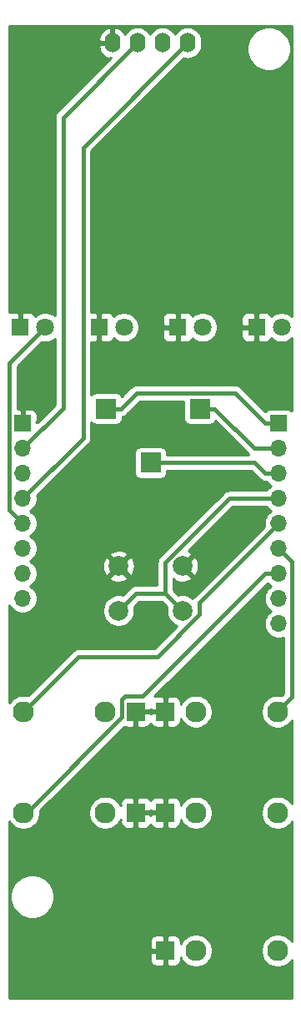
<source format=gbl>
%TF.GenerationSoftware,KiCad,Pcbnew,(5.1.6)-1*%
%TF.CreationDate,2021-08-09T18:08:13+02:00*%
%TF.ProjectId,4ch_Sampler_comtrol,3463685f-5361-46d7-906c-65725f636f6d,rev?*%
%TF.SameCoordinates,Original*%
%TF.FileFunction,Copper,L2,Bot*%
%TF.FilePolarity,Positive*%
%FSLAX46Y46*%
G04 Gerber Fmt 4.6, Leading zero omitted, Abs format (unit mm)*
G04 Created by KiCad (PCBNEW (5.1.6)-1) date 2021-08-09 18:08:13*
%MOMM*%
%LPD*%
G01*
G04 APERTURE LIST*
%TA.AperFunction,ComponentPad*%
%ADD10O,1.700000X1.700000*%
%TD*%
%TA.AperFunction,ComponentPad*%
%ADD11R,1.700000X1.700000*%
%TD*%
%TA.AperFunction,ComponentPad*%
%ADD12R,2.000000X2.000000*%
%TD*%
%TA.AperFunction,ComponentPad*%
%ADD13C,2.000000*%
%TD*%
%TA.AperFunction,ComponentPad*%
%ADD14C,2.130000*%
%TD*%
%TA.AperFunction,ComponentPad*%
%ADD15R,1.830000X1.930000*%
%TD*%
%TA.AperFunction,ComponentPad*%
%ADD16C,1.800000*%
%TD*%
%TA.AperFunction,ComponentPad*%
%ADD17R,1.800000X1.800000*%
%TD*%
%TA.AperFunction,ComponentPad*%
%ADD18O,1.600000X2.000000*%
%TD*%
%TA.AperFunction,Conductor*%
%ADD19C,0.400000*%
%TD*%
%TA.AperFunction,Conductor*%
%ADD20C,0.254000*%
%TD*%
G04 APERTURE END LIST*
D10*
%TO.P,Conn2,9*%
%TO.N,Net-(C4-Pad1)*%
X163000000Y-101320000D03*
%TO.P,Conn2,8*%
%TO.N,Net-(J4-PadT)*%
X163000000Y-98780000D03*
%TO.P,Conn2,7*%
%TO.N,Net-(J3-PadT)*%
X163000000Y-96240000D03*
%TO.P,Conn2,6*%
%TO.N,Net-(J2-PadT)*%
X163000000Y-93700000D03*
%TO.P,Conn2,5*%
%TO.N,Net-(J1-PadT)*%
X163000000Y-91160000D03*
%TO.P,Conn2,4*%
%TO.N,Net-(SW1-Pad2)*%
X163000000Y-88620000D03*
%TO.P,Conn2,3*%
%TO.N,TOUCH_SENSOR3*%
X163000000Y-86080000D03*
%TO.P,Conn2,2*%
%TO.N,TOUCH_SENSOR2*%
X163000000Y-83540000D03*
D11*
%TO.P,Conn2,1*%
%TO.N,TOUCH_SENSOR1*%
X163000000Y-81000000D03*
%TD*%
D12*
%TO.P,TOUCH3,1*%
%TO.N,TOUCH_SENSOR3*%
X150000000Y-85000000D03*
%TD*%
%TO.P,TOUCH2,1*%
%TO.N,TOUCH_SENSOR2*%
X155000000Y-79500000D03*
%TD*%
%TO.P,TOUCH1,1*%
%TO.N,TOUCH_SENSOR1*%
X145500000Y-79500000D03*
%TD*%
D13*
%TO.P,SW1,1*%
%TO.N,GND*%
X153250000Y-95500000D03*
%TO.P,SW1,2*%
%TO.N,Net-(SW1-Pad2)*%
X153250000Y-100000000D03*
%TO.P,SW1,1*%
%TO.N,GND*%
X146750000Y-95500000D03*
%TO.P,SW1,2*%
%TO.N,Net-(SW1-Pad2)*%
X146750000Y-100000000D03*
%TD*%
D11*
%TO.P,Conn1,1*%
%TO.N,GND*%
X137000000Y-81000000D03*
D10*
%TO.P,Conn1,2*%
%TO.N,3.3V*%
X137000000Y-83540000D03*
%TO.P,Conn1,3*%
%TO.N,Net-(Brd1-Pad3)*%
X137000000Y-86080000D03*
%TO.P,Conn1,4*%
%TO.N,Net-(Brd1-Pad4)*%
X137000000Y-88620000D03*
%TO.P,Conn1,5*%
%TO.N,Net-(D3-Pad1)*%
X137000000Y-91160000D03*
%TO.P,Conn1,6*%
%TO.N,Net-(D6-Pad1)*%
X137000000Y-93700000D03*
%TO.P,Conn1,7*%
%TO.N,Net-(D10-Pad2)*%
X137000000Y-96240000D03*
%TO.P,Conn1,8*%
%TO.N,Net-(D12-Pad1)*%
X137000000Y-98780000D03*
%TD*%
D14*
%TO.P,J5,T*%
%TO.N,Net-(C4-Pad1)*%
X162900000Y-134500000D03*
D15*
%TO.P,J5,S*%
%TO.N,GND*%
X151500000Y-134500000D03*
D14*
%TO.P,J5,TN*%
%TO.N,N/C*%
X154600000Y-134500000D03*
%TD*%
%TO.P,J4,T*%
%TO.N,Net-(J4-PadT)*%
X162900000Y-120500000D03*
D15*
%TO.P,J4,S*%
%TO.N,GND*%
X151500000Y-120500000D03*
D14*
%TO.P,J4,TN*%
%TO.N,N/C*%
X154600000Y-120500000D03*
%TD*%
%TO.P,J3,T*%
%TO.N,Net-(J3-PadT)*%
X137100000Y-120500000D03*
D15*
%TO.P,J3,S*%
%TO.N,GND*%
X148500000Y-120500000D03*
D14*
%TO.P,J3,TN*%
%TO.N,N/C*%
X145400000Y-120500000D03*
%TD*%
%TO.P,J2,T*%
%TO.N,Net-(J2-PadT)*%
X162900000Y-110250000D03*
D15*
%TO.P,J2,S*%
%TO.N,GND*%
X151500000Y-110250000D03*
D14*
%TO.P,J2,TN*%
%TO.N,N/C*%
X154600000Y-110250000D03*
%TD*%
%TO.P,J1,T*%
%TO.N,Net-(J1-PadT)*%
X137100000Y-110250000D03*
D15*
%TO.P,J1,S*%
%TO.N,GND*%
X148500000Y-110250000D03*
D14*
%TO.P,J1,TN*%
%TO.N,N/C*%
X145400000Y-110250000D03*
%TD*%
D16*
%TO.P,D14,2*%
%TO.N,Net-(D12-Pad1)*%
X163290000Y-71250000D03*
D17*
%TO.P,D14,1*%
%TO.N,GND*%
X160750000Y-71250000D03*
%TD*%
D16*
%TO.P,D11,2*%
%TO.N,Net-(D10-Pad2)*%
X155290000Y-71250000D03*
D17*
%TO.P,D11,1*%
%TO.N,GND*%
X152750000Y-71250000D03*
%TD*%
D16*
%TO.P,D8,2*%
%TO.N,Net-(D6-Pad1)*%
X147290000Y-71250000D03*
D17*
%TO.P,D8,1*%
%TO.N,GND*%
X144750000Y-71250000D03*
%TD*%
D16*
%TO.P,D5,2*%
%TO.N,Net-(D3-Pad1)*%
X139290000Y-71250000D03*
D17*
%TO.P,D5,1*%
%TO.N,GND*%
X136750000Y-71250000D03*
%TD*%
D18*
%TO.P,Brd1,2*%
%TO.N,3.3V*%
X148670000Y-42400000D03*
%TO.P,Brd1,1*%
%TO.N,GND*%
X146130000Y-42400000D03*
%TO.P,Brd1,3*%
%TO.N,Net-(Brd1-Pad3)*%
X151210000Y-42400000D03*
%TO.P,Brd1,4*%
%TO.N,Net-(Brd1-Pad4)*%
X153750000Y-42400000D03*
%TD*%
D19*
%TO.N,3.3V*%
X148670000Y-42400000D02*
X141114400Y-49955600D01*
X141114400Y-49955600D02*
X141114400Y-79425600D01*
X141114400Y-79425600D02*
X137000000Y-83540000D01*
%TO.N,Net-(Brd1-Pad4)*%
X153750000Y-42400000D02*
X143144100Y-53005900D01*
X143144100Y-53005900D02*
X143144100Y-82475900D01*
X143144100Y-82475900D02*
X137000000Y-88620000D01*
%TO.N,Net-(D3-Pad1)*%
X139290000Y-71250000D02*
X135641600Y-74898400D01*
X135641600Y-74898400D02*
X135641600Y-89801600D01*
X135641600Y-89801600D02*
X137000000Y-91160000D01*
%TO.N,Net-(J1-PadT)*%
X163000000Y-91160000D02*
X154985500Y-99174500D01*
X154985500Y-99174500D02*
X154985500Y-100410100D01*
X154985500Y-100410100D02*
X150724100Y-104671500D01*
X150724100Y-104671500D02*
X142678500Y-104671500D01*
X142678500Y-104671500D02*
X137100000Y-110250000D01*
%TO.N,Net-(J2-PadT)*%
X162900000Y-110250000D02*
X164358400Y-108791600D01*
X164358400Y-108791600D02*
X164358400Y-95058400D01*
X164358400Y-95058400D02*
X163000000Y-93700000D01*
%TO.N,Net-(J3-PadT)*%
X163000000Y-96240000D02*
X161649700Y-96240000D01*
X137100000Y-120500000D02*
X137385100Y-120500000D01*
X137385100Y-120500000D02*
X147084600Y-110800500D01*
X147084600Y-110800500D02*
X147084600Y-109043000D01*
X147084600Y-109043000D02*
X147443000Y-108684600D01*
X147443000Y-108684600D02*
X149205100Y-108684600D01*
X149205100Y-108684600D02*
X161649700Y-96240000D01*
%TO.N,Net-(SW1-Pad2)*%
X151500900Y-98250900D02*
X153250000Y-100000000D01*
X146750000Y-100000000D02*
X148499100Y-98250900D01*
X148499100Y-98250900D02*
X151500900Y-98250900D01*
X151500900Y-98250900D02*
X151500900Y-95100800D01*
X151500900Y-95100800D02*
X157981700Y-88620000D01*
X157981700Y-88620000D02*
X163000000Y-88620000D01*
%TO.N,TOUCH_SENSOR1*%
X163000000Y-81000000D02*
X161649700Y-81000000D01*
X145500000Y-79500000D02*
X147000300Y-79500000D01*
X147000300Y-79500000D02*
X148559500Y-77940800D01*
X148559500Y-77940800D02*
X158590500Y-77940800D01*
X158590500Y-77940800D02*
X161649700Y-81000000D01*
%TO.N,TOUCH_SENSOR2*%
X155000000Y-79500000D02*
X156500300Y-79500000D01*
X156500300Y-79500000D02*
X160540300Y-83540000D01*
X160540300Y-83540000D02*
X163000000Y-83540000D01*
%TO.N,TOUCH_SENSOR3*%
X150000000Y-85000000D02*
X151500300Y-85000000D01*
X161649700Y-86080000D02*
X160569700Y-85000000D01*
X160569700Y-85000000D02*
X151500300Y-85000000D01*
X163000000Y-86080000D02*
X161649700Y-86080000D01*
%TD*%
D20*
%TO.N,GND*%
G36*
X162053368Y-97393475D02*
G01*
X162227760Y-97510000D01*
X162053368Y-97626525D01*
X161846525Y-97833368D01*
X161684010Y-98076589D01*
X161572068Y-98346842D01*
X161515000Y-98633740D01*
X161515000Y-98926260D01*
X161572068Y-99213158D01*
X161684010Y-99483411D01*
X161846525Y-99726632D01*
X162053368Y-99933475D01*
X162227760Y-100050000D01*
X162053368Y-100166525D01*
X161846525Y-100373368D01*
X161684010Y-100616589D01*
X161572068Y-100886842D01*
X161515000Y-101173740D01*
X161515000Y-101466260D01*
X161572068Y-101753158D01*
X161684010Y-102023411D01*
X161846525Y-102266632D01*
X162053368Y-102473475D01*
X162296589Y-102635990D01*
X162566842Y-102747932D01*
X162853740Y-102805000D01*
X163146260Y-102805000D01*
X163433158Y-102747932D01*
X163523400Y-102710553D01*
X163523400Y-108445732D01*
X163360782Y-108608350D01*
X163067435Y-108550000D01*
X162732565Y-108550000D01*
X162404128Y-108615330D01*
X162094748Y-108743479D01*
X161816313Y-108929523D01*
X161579523Y-109166313D01*
X161393479Y-109444748D01*
X161265330Y-109754128D01*
X161200000Y-110082565D01*
X161200000Y-110417435D01*
X161265330Y-110745872D01*
X161393479Y-111055252D01*
X161579523Y-111333687D01*
X161816313Y-111570477D01*
X162094748Y-111756521D01*
X162404128Y-111884670D01*
X162732565Y-111950000D01*
X163067435Y-111950000D01*
X163395872Y-111884670D01*
X163705252Y-111756521D01*
X163983687Y-111570477D01*
X164220477Y-111333687D01*
X164340000Y-111154807D01*
X164340000Y-119595192D01*
X164220477Y-119416313D01*
X163983687Y-119179523D01*
X163705252Y-118993479D01*
X163395872Y-118865330D01*
X163067435Y-118800000D01*
X162732565Y-118800000D01*
X162404128Y-118865330D01*
X162094748Y-118993479D01*
X161816313Y-119179523D01*
X161579523Y-119416313D01*
X161393479Y-119694748D01*
X161265330Y-120004128D01*
X161200000Y-120332565D01*
X161200000Y-120667435D01*
X161265330Y-120995872D01*
X161393479Y-121305252D01*
X161579523Y-121583687D01*
X161816313Y-121820477D01*
X162094748Y-122006521D01*
X162404128Y-122134670D01*
X162732565Y-122200000D01*
X163067435Y-122200000D01*
X163395872Y-122134670D01*
X163705252Y-122006521D01*
X163983687Y-121820477D01*
X164220477Y-121583687D01*
X164340000Y-121404808D01*
X164340000Y-133595192D01*
X164220477Y-133416313D01*
X163983687Y-133179523D01*
X163705252Y-132993479D01*
X163395872Y-132865330D01*
X163067435Y-132800000D01*
X162732565Y-132800000D01*
X162404128Y-132865330D01*
X162094748Y-132993479D01*
X161816313Y-133179523D01*
X161579523Y-133416313D01*
X161393479Y-133694748D01*
X161265330Y-134004128D01*
X161200000Y-134332565D01*
X161200000Y-134667435D01*
X161265330Y-134995872D01*
X161393479Y-135305252D01*
X161579523Y-135583687D01*
X161816313Y-135820477D01*
X162094748Y-136006521D01*
X162404128Y-136134670D01*
X162732565Y-136200000D01*
X163067435Y-136200000D01*
X163395872Y-136134670D01*
X163705252Y-136006521D01*
X163983687Y-135820477D01*
X164220477Y-135583687D01*
X164340000Y-135404808D01*
X164340000Y-139340000D01*
X135660000Y-139340000D01*
X135660000Y-135465000D01*
X149946928Y-135465000D01*
X149959188Y-135589482D01*
X149995498Y-135709180D01*
X150054463Y-135819494D01*
X150133815Y-135916185D01*
X150230506Y-135995537D01*
X150340820Y-136054502D01*
X150460518Y-136090812D01*
X150585000Y-136103072D01*
X151214250Y-136100000D01*
X151373000Y-135941250D01*
X151373000Y-134627000D01*
X150108750Y-134627000D01*
X149950000Y-134785750D01*
X149946928Y-135465000D01*
X135660000Y-135465000D01*
X135660000Y-133535000D01*
X149946928Y-133535000D01*
X149950000Y-134214250D01*
X150108750Y-134373000D01*
X151373000Y-134373000D01*
X151373000Y-133058750D01*
X151627000Y-133058750D01*
X151627000Y-134373000D01*
X151647000Y-134373000D01*
X151647000Y-134627000D01*
X151627000Y-134627000D01*
X151627000Y-135941250D01*
X151785750Y-136100000D01*
X152415000Y-136103072D01*
X152539482Y-136090812D01*
X152659180Y-136054502D01*
X152769494Y-135995537D01*
X152866185Y-135916185D01*
X152945537Y-135819494D01*
X153004502Y-135709180D01*
X153040812Y-135589482D01*
X153053072Y-135465000D01*
X153051895Y-135204860D01*
X153093479Y-135305252D01*
X153279523Y-135583687D01*
X153516313Y-135820477D01*
X153794748Y-136006521D01*
X154104128Y-136134670D01*
X154432565Y-136200000D01*
X154767435Y-136200000D01*
X155095872Y-136134670D01*
X155405252Y-136006521D01*
X155683687Y-135820477D01*
X155920477Y-135583687D01*
X156106521Y-135305252D01*
X156234670Y-134995872D01*
X156300000Y-134667435D01*
X156300000Y-134332565D01*
X156234670Y-134004128D01*
X156106521Y-133694748D01*
X155920477Y-133416313D01*
X155683687Y-133179523D01*
X155405252Y-132993479D01*
X155095872Y-132865330D01*
X154767435Y-132800000D01*
X154432565Y-132800000D01*
X154104128Y-132865330D01*
X153794748Y-132993479D01*
X153516313Y-133179523D01*
X153279523Y-133416313D01*
X153093479Y-133694748D01*
X153051895Y-133795140D01*
X153053072Y-133535000D01*
X153040812Y-133410518D01*
X153004502Y-133290820D01*
X152945537Y-133180506D01*
X152866185Y-133083815D01*
X152769494Y-133004463D01*
X152659180Y-132945498D01*
X152539482Y-132909188D01*
X152415000Y-132896928D01*
X151785750Y-132900000D01*
X151627000Y-133058750D01*
X151373000Y-133058750D01*
X151214250Y-132900000D01*
X150585000Y-132896928D01*
X150460518Y-132909188D01*
X150340820Y-132945498D01*
X150230506Y-133004463D01*
X150133815Y-133083815D01*
X150054463Y-133180506D01*
X149995498Y-133290820D01*
X149959188Y-133410518D01*
X149946928Y-133535000D01*
X135660000Y-133535000D01*
X135660000Y-128779872D01*
X135765000Y-128779872D01*
X135765000Y-129220128D01*
X135850890Y-129651925D01*
X136019369Y-130058669D01*
X136263962Y-130424729D01*
X136575271Y-130736038D01*
X136941331Y-130980631D01*
X137348075Y-131149110D01*
X137779872Y-131235000D01*
X138220128Y-131235000D01*
X138651925Y-131149110D01*
X139058669Y-130980631D01*
X139424729Y-130736038D01*
X139736038Y-130424729D01*
X139980631Y-130058669D01*
X140149110Y-129651925D01*
X140235000Y-129220128D01*
X140235000Y-128779872D01*
X140149110Y-128348075D01*
X139980631Y-127941331D01*
X139736038Y-127575271D01*
X139424729Y-127263962D01*
X139058669Y-127019369D01*
X138651925Y-126850890D01*
X138220128Y-126765000D01*
X137779872Y-126765000D01*
X137348075Y-126850890D01*
X136941331Y-127019369D01*
X136575271Y-127263962D01*
X136263962Y-127575271D01*
X136019369Y-127941331D01*
X135850890Y-128348075D01*
X135765000Y-128779872D01*
X135660000Y-128779872D01*
X135660000Y-121404808D01*
X135779523Y-121583687D01*
X136016313Y-121820477D01*
X136294748Y-122006521D01*
X136604128Y-122134670D01*
X136932565Y-122200000D01*
X137267435Y-122200000D01*
X137595872Y-122134670D01*
X137905252Y-122006521D01*
X138183687Y-121820477D01*
X138420477Y-121583687D01*
X138606521Y-121305252D01*
X138734670Y-120995872D01*
X138800000Y-120667435D01*
X138800000Y-120332565D01*
X143700000Y-120332565D01*
X143700000Y-120667435D01*
X143765330Y-120995872D01*
X143893479Y-121305252D01*
X144079523Y-121583687D01*
X144316313Y-121820477D01*
X144594748Y-122006521D01*
X144904128Y-122134670D01*
X145232565Y-122200000D01*
X145567435Y-122200000D01*
X145895872Y-122134670D01*
X146205252Y-122006521D01*
X146483687Y-121820477D01*
X146720477Y-121583687D01*
X146906521Y-121305252D01*
X146948105Y-121204860D01*
X146946928Y-121465000D01*
X146959188Y-121589482D01*
X146995498Y-121709180D01*
X147054463Y-121819494D01*
X147133815Y-121916185D01*
X147230506Y-121995537D01*
X147340820Y-122054502D01*
X147460518Y-122090812D01*
X147585000Y-122103072D01*
X148214250Y-122100000D01*
X148373000Y-121941250D01*
X148373000Y-120627000D01*
X148627000Y-120627000D01*
X148627000Y-121941250D01*
X148785750Y-122100000D01*
X149415000Y-122103072D01*
X149539482Y-122090812D01*
X149659180Y-122054502D01*
X149769494Y-121995537D01*
X149866185Y-121916185D01*
X149945537Y-121819494D01*
X150000000Y-121717603D01*
X150054463Y-121819494D01*
X150133815Y-121916185D01*
X150230506Y-121995537D01*
X150340820Y-122054502D01*
X150460518Y-122090812D01*
X150585000Y-122103072D01*
X151214250Y-122100000D01*
X151373000Y-121941250D01*
X151373000Y-120627000D01*
X150108750Y-120627000D01*
X150000000Y-120735750D01*
X149891250Y-120627000D01*
X148627000Y-120627000D01*
X148373000Y-120627000D01*
X148353000Y-120627000D01*
X148353000Y-120373000D01*
X148373000Y-120373000D01*
X148373000Y-119058750D01*
X148627000Y-119058750D01*
X148627000Y-120373000D01*
X149891250Y-120373000D01*
X150000000Y-120264250D01*
X150108750Y-120373000D01*
X151373000Y-120373000D01*
X151373000Y-119058750D01*
X151627000Y-119058750D01*
X151627000Y-120373000D01*
X151647000Y-120373000D01*
X151647000Y-120627000D01*
X151627000Y-120627000D01*
X151627000Y-121941250D01*
X151785750Y-122100000D01*
X152415000Y-122103072D01*
X152539482Y-122090812D01*
X152659180Y-122054502D01*
X152769494Y-121995537D01*
X152866185Y-121916185D01*
X152945537Y-121819494D01*
X153004502Y-121709180D01*
X153040812Y-121589482D01*
X153053072Y-121465000D01*
X153051895Y-121204860D01*
X153093479Y-121305252D01*
X153279523Y-121583687D01*
X153516313Y-121820477D01*
X153794748Y-122006521D01*
X154104128Y-122134670D01*
X154432565Y-122200000D01*
X154767435Y-122200000D01*
X155095872Y-122134670D01*
X155405252Y-122006521D01*
X155683687Y-121820477D01*
X155920477Y-121583687D01*
X156106521Y-121305252D01*
X156234670Y-120995872D01*
X156300000Y-120667435D01*
X156300000Y-120332565D01*
X156234670Y-120004128D01*
X156106521Y-119694748D01*
X155920477Y-119416313D01*
X155683687Y-119179523D01*
X155405252Y-118993479D01*
X155095872Y-118865330D01*
X154767435Y-118800000D01*
X154432565Y-118800000D01*
X154104128Y-118865330D01*
X153794748Y-118993479D01*
X153516313Y-119179523D01*
X153279523Y-119416313D01*
X153093479Y-119694748D01*
X153051895Y-119795140D01*
X153053072Y-119535000D01*
X153040812Y-119410518D01*
X153004502Y-119290820D01*
X152945537Y-119180506D01*
X152866185Y-119083815D01*
X152769494Y-119004463D01*
X152659180Y-118945498D01*
X152539482Y-118909188D01*
X152415000Y-118896928D01*
X151785750Y-118900000D01*
X151627000Y-119058750D01*
X151373000Y-119058750D01*
X151214250Y-118900000D01*
X150585000Y-118896928D01*
X150460518Y-118909188D01*
X150340820Y-118945498D01*
X150230506Y-119004463D01*
X150133815Y-119083815D01*
X150054463Y-119180506D01*
X150000000Y-119282397D01*
X149945537Y-119180506D01*
X149866185Y-119083815D01*
X149769494Y-119004463D01*
X149659180Y-118945498D01*
X149539482Y-118909188D01*
X149415000Y-118896928D01*
X148785750Y-118900000D01*
X148627000Y-119058750D01*
X148373000Y-119058750D01*
X148214250Y-118900000D01*
X147585000Y-118896928D01*
X147460518Y-118909188D01*
X147340820Y-118945498D01*
X147230506Y-119004463D01*
X147133815Y-119083815D01*
X147054463Y-119180506D01*
X146995498Y-119290820D01*
X146959188Y-119410518D01*
X146946928Y-119535000D01*
X146948105Y-119795140D01*
X146906521Y-119694748D01*
X146720477Y-119416313D01*
X146483687Y-119179523D01*
X146205252Y-118993479D01*
X145895872Y-118865330D01*
X145567435Y-118800000D01*
X145232565Y-118800000D01*
X144904128Y-118865330D01*
X144594748Y-118993479D01*
X144316313Y-119179523D01*
X144079523Y-119416313D01*
X143893479Y-119694748D01*
X143765330Y-120004128D01*
X143700000Y-120332565D01*
X138800000Y-120332565D01*
X138788951Y-120277016D01*
X147289107Y-111776861D01*
X147340820Y-111804502D01*
X147460518Y-111840812D01*
X147585000Y-111853072D01*
X148214250Y-111850000D01*
X148373000Y-111691250D01*
X148373000Y-110377000D01*
X148627000Y-110377000D01*
X148627000Y-111691250D01*
X148785750Y-111850000D01*
X149415000Y-111853072D01*
X149539482Y-111840812D01*
X149659180Y-111804502D01*
X149769494Y-111745537D01*
X149866185Y-111666185D01*
X149945537Y-111569494D01*
X150000000Y-111467603D01*
X150054463Y-111569494D01*
X150133815Y-111666185D01*
X150230506Y-111745537D01*
X150340820Y-111804502D01*
X150460518Y-111840812D01*
X150585000Y-111853072D01*
X151214250Y-111850000D01*
X151373000Y-111691250D01*
X151373000Y-110377000D01*
X150108750Y-110377000D01*
X150000000Y-110485750D01*
X149891250Y-110377000D01*
X148627000Y-110377000D01*
X148373000Y-110377000D01*
X148353000Y-110377000D01*
X148353000Y-110123000D01*
X148373000Y-110123000D01*
X148373000Y-110103000D01*
X148627000Y-110103000D01*
X148627000Y-110123000D01*
X149891250Y-110123000D01*
X150000000Y-110014250D01*
X150108750Y-110123000D01*
X151373000Y-110123000D01*
X151373000Y-108808750D01*
X151627000Y-108808750D01*
X151627000Y-110123000D01*
X151647000Y-110123000D01*
X151647000Y-110377000D01*
X151627000Y-110377000D01*
X151627000Y-111691250D01*
X151785750Y-111850000D01*
X152415000Y-111853072D01*
X152539482Y-111840812D01*
X152659180Y-111804502D01*
X152769494Y-111745537D01*
X152866185Y-111666185D01*
X152945537Y-111569494D01*
X153004502Y-111459180D01*
X153040812Y-111339482D01*
X153053072Y-111215000D01*
X153051895Y-110954860D01*
X153093479Y-111055252D01*
X153279523Y-111333687D01*
X153516313Y-111570477D01*
X153794748Y-111756521D01*
X154104128Y-111884670D01*
X154432565Y-111950000D01*
X154767435Y-111950000D01*
X155095872Y-111884670D01*
X155405252Y-111756521D01*
X155683687Y-111570477D01*
X155920477Y-111333687D01*
X156106521Y-111055252D01*
X156234670Y-110745872D01*
X156300000Y-110417435D01*
X156300000Y-110082565D01*
X156234670Y-109754128D01*
X156106521Y-109444748D01*
X155920477Y-109166313D01*
X155683687Y-108929523D01*
X155405252Y-108743479D01*
X155095872Y-108615330D01*
X154767435Y-108550000D01*
X154432565Y-108550000D01*
X154104128Y-108615330D01*
X153794748Y-108743479D01*
X153516313Y-108929523D01*
X153279523Y-109166313D01*
X153093479Y-109444748D01*
X153051895Y-109545140D01*
X153053072Y-109285000D01*
X153040812Y-109160518D01*
X153004502Y-109040820D01*
X152945537Y-108930506D01*
X152866185Y-108833815D01*
X152769494Y-108754463D01*
X152659180Y-108695498D01*
X152539482Y-108659188D01*
X152415000Y-108646928D01*
X151785750Y-108650000D01*
X151627000Y-108808750D01*
X151373000Y-108808750D01*
X151214250Y-108650000D01*
X150585000Y-108646928D01*
X150460518Y-108659188D01*
X150389982Y-108680585D01*
X161865230Y-97205337D01*
X162053368Y-97393475D01*
G37*
X162053368Y-97393475D02*
X162227760Y-97510000D01*
X162053368Y-97626525D01*
X161846525Y-97833368D01*
X161684010Y-98076589D01*
X161572068Y-98346842D01*
X161515000Y-98633740D01*
X161515000Y-98926260D01*
X161572068Y-99213158D01*
X161684010Y-99483411D01*
X161846525Y-99726632D01*
X162053368Y-99933475D01*
X162227760Y-100050000D01*
X162053368Y-100166525D01*
X161846525Y-100373368D01*
X161684010Y-100616589D01*
X161572068Y-100886842D01*
X161515000Y-101173740D01*
X161515000Y-101466260D01*
X161572068Y-101753158D01*
X161684010Y-102023411D01*
X161846525Y-102266632D01*
X162053368Y-102473475D01*
X162296589Y-102635990D01*
X162566842Y-102747932D01*
X162853740Y-102805000D01*
X163146260Y-102805000D01*
X163433158Y-102747932D01*
X163523400Y-102710553D01*
X163523400Y-108445732D01*
X163360782Y-108608350D01*
X163067435Y-108550000D01*
X162732565Y-108550000D01*
X162404128Y-108615330D01*
X162094748Y-108743479D01*
X161816313Y-108929523D01*
X161579523Y-109166313D01*
X161393479Y-109444748D01*
X161265330Y-109754128D01*
X161200000Y-110082565D01*
X161200000Y-110417435D01*
X161265330Y-110745872D01*
X161393479Y-111055252D01*
X161579523Y-111333687D01*
X161816313Y-111570477D01*
X162094748Y-111756521D01*
X162404128Y-111884670D01*
X162732565Y-111950000D01*
X163067435Y-111950000D01*
X163395872Y-111884670D01*
X163705252Y-111756521D01*
X163983687Y-111570477D01*
X164220477Y-111333687D01*
X164340000Y-111154807D01*
X164340000Y-119595192D01*
X164220477Y-119416313D01*
X163983687Y-119179523D01*
X163705252Y-118993479D01*
X163395872Y-118865330D01*
X163067435Y-118800000D01*
X162732565Y-118800000D01*
X162404128Y-118865330D01*
X162094748Y-118993479D01*
X161816313Y-119179523D01*
X161579523Y-119416313D01*
X161393479Y-119694748D01*
X161265330Y-120004128D01*
X161200000Y-120332565D01*
X161200000Y-120667435D01*
X161265330Y-120995872D01*
X161393479Y-121305252D01*
X161579523Y-121583687D01*
X161816313Y-121820477D01*
X162094748Y-122006521D01*
X162404128Y-122134670D01*
X162732565Y-122200000D01*
X163067435Y-122200000D01*
X163395872Y-122134670D01*
X163705252Y-122006521D01*
X163983687Y-121820477D01*
X164220477Y-121583687D01*
X164340000Y-121404808D01*
X164340000Y-133595192D01*
X164220477Y-133416313D01*
X163983687Y-133179523D01*
X163705252Y-132993479D01*
X163395872Y-132865330D01*
X163067435Y-132800000D01*
X162732565Y-132800000D01*
X162404128Y-132865330D01*
X162094748Y-132993479D01*
X161816313Y-133179523D01*
X161579523Y-133416313D01*
X161393479Y-133694748D01*
X161265330Y-134004128D01*
X161200000Y-134332565D01*
X161200000Y-134667435D01*
X161265330Y-134995872D01*
X161393479Y-135305252D01*
X161579523Y-135583687D01*
X161816313Y-135820477D01*
X162094748Y-136006521D01*
X162404128Y-136134670D01*
X162732565Y-136200000D01*
X163067435Y-136200000D01*
X163395872Y-136134670D01*
X163705252Y-136006521D01*
X163983687Y-135820477D01*
X164220477Y-135583687D01*
X164340000Y-135404808D01*
X164340000Y-139340000D01*
X135660000Y-139340000D01*
X135660000Y-135465000D01*
X149946928Y-135465000D01*
X149959188Y-135589482D01*
X149995498Y-135709180D01*
X150054463Y-135819494D01*
X150133815Y-135916185D01*
X150230506Y-135995537D01*
X150340820Y-136054502D01*
X150460518Y-136090812D01*
X150585000Y-136103072D01*
X151214250Y-136100000D01*
X151373000Y-135941250D01*
X151373000Y-134627000D01*
X150108750Y-134627000D01*
X149950000Y-134785750D01*
X149946928Y-135465000D01*
X135660000Y-135465000D01*
X135660000Y-133535000D01*
X149946928Y-133535000D01*
X149950000Y-134214250D01*
X150108750Y-134373000D01*
X151373000Y-134373000D01*
X151373000Y-133058750D01*
X151627000Y-133058750D01*
X151627000Y-134373000D01*
X151647000Y-134373000D01*
X151647000Y-134627000D01*
X151627000Y-134627000D01*
X151627000Y-135941250D01*
X151785750Y-136100000D01*
X152415000Y-136103072D01*
X152539482Y-136090812D01*
X152659180Y-136054502D01*
X152769494Y-135995537D01*
X152866185Y-135916185D01*
X152945537Y-135819494D01*
X153004502Y-135709180D01*
X153040812Y-135589482D01*
X153053072Y-135465000D01*
X153051895Y-135204860D01*
X153093479Y-135305252D01*
X153279523Y-135583687D01*
X153516313Y-135820477D01*
X153794748Y-136006521D01*
X154104128Y-136134670D01*
X154432565Y-136200000D01*
X154767435Y-136200000D01*
X155095872Y-136134670D01*
X155405252Y-136006521D01*
X155683687Y-135820477D01*
X155920477Y-135583687D01*
X156106521Y-135305252D01*
X156234670Y-134995872D01*
X156300000Y-134667435D01*
X156300000Y-134332565D01*
X156234670Y-134004128D01*
X156106521Y-133694748D01*
X155920477Y-133416313D01*
X155683687Y-133179523D01*
X155405252Y-132993479D01*
X155095872Y-132865330D01*
X154767435Y-132800000D01*
X154432565Y-132800000D01*
X154104128Y-132865330D01*
X153794748Y-132993479D01*
X153516313Y-133179523D01*
X153279523Y-133416313D01*
X153093479Y-133694748D01*
X153051895Y-133795140D01*
X153053072Y-133535000D01*
X153040812Y-133410518D01*
X153004502Y-133290820D01*
X152945537Y-133180506D01*
X152866185Y-133083815D01*
X152769494Y-133004463D01*
X152659180Y-132945498D01*
X152539482Y-132909188D01*
X152415000Y-132896928D01*
X151785750Y-132900000D01*
X151627000Y-133058750D01*
X151373000Y-133058750D01*
X151214250Y-132900000D01*
X150585000Y-132896928D01*
X150460518Y-132909188D01*
X150340820Y-132945498D01*
X150230506Y-133004463D01*
X150133815Y-133083815D01*
X150054463Y-133180506D01*
X149995498Y-133290820D01*
X149959188Y-133410518D01*
X149946928Y-133535000D01*
X135660000Y-133535000D01*
X135660000Y-128779872D01*
X135765000Y-128779872D01*
X135765000Y-129220128D01*
X135850890Y-129651925D01*
X136019369Y-130058669D01*
X136263962Y-130424729D01*
X136575271Y-130736038D01*
X136941331Y-130980631D01*
X137348075Y-131149110D01*
X137779872Y-131235000D01*
X138220128Y-131235000D01*
X138651925Y-131149110D01*
X139058669Y-130980631D01*
X139424729Y-130736038D01*
X139736038Y-130424729D01*
X139980631Y-130058669D01*
X140149110Y-129651925D01*
X140235000Y-129220128D01*
X140235000Y-128779872D01*
X140149110Y-128348075D01*
X139980631Y-127941331D01*
X139736038Y-127575271D01*
X139424729Y-127263962D01*
X139058669Y-127019369D01*
X138651925Y-126850890D01*
X138220128Y-126765000D01*
X137779872Y-126765000D01*
X137348075Y-126850890D01*
X136941331Y-127019369D01*
X136575271Y-127263962D01*
X136263962Y-127575271D01*
X136019369Y-127941331D01*
X135850890Y-128348075D01*
X135765000Y-128779872D01*
X135660000Y-128779872D01*
X135660000Y-121404808D01*
X135779523Y-121583687D01*
X136016313Y-121820477D01*
X136294748Y-122006521D01*
X136604128Y-122134670D01*
X136932565Y-122200000D01*
X137267435Y-122200000D01*
X137595872Y-122134670D01*
X137905252Y-122006521D01*
X138183687Y-121820477D01*
X138420477Y-121583687D01*
X138606521Y-121305252D01*
X138734670Y-120995872D01*
X138800000Y-120667435D01*
X138800000Y-120332565D01*
X143700000Y-120332565D01*
X143700000Y-120667435D01*
X143765330Y-120995872D01*
X143893479Y-121305252D01*
X144079523Y-121583687D01*
X144316313Y-121820477D01*
X144594748Y-122006521D01*
X144904128Y-122134670D01*
X145232565Y-122200000D01*
X145567435Y-122200000D01*
X145895872Y-122134670D01*
X146205252Y-122006521D01*
X146483687Y-121820477D01*
X146720477Y-121583687D01*
X146906521Y-121305252D01*
X146948105Y-121204860D01*
X146946928Y-121465000D01*
X146959188Y-121589482D01*
X146995498Y-121709180D01*
X147054463Y-121819494D01*
X147133815Y-121916185D01*
X147230506Y-121995537D01*
X147340820Y-122054502D01*
X147460518Y-122090812D01*
X147585000Y-122103072D01*
X148214250Y-122100000D01*
X148373000Y-121941250D01*
X148373000Y-120627000D01*
X148627000Y-120627000D01*
X148627000Y-121941250D01*
X148785750Y-122100000D01*
X149415000Y-122103072D01*
X149539482Y-122090812D01*
X149659180Y-122054502D01*
X149769494Y-121995537D01*
X149866185Y-121916185D01*
X149945537Y-121819494D01*
X150000000Y-121717603D01*
X150054463Y-121819494D01*
X150133815Y-121916185D01*
X150230506Y-121995537D01*
X150340820Y-122054502D01*
X150460518Y-122090812D01*
X150585000Y-122103072D01*
X151214250Y-122100000D01*
X151373000Y-121941250D01*
X151373000Y-120627000D01*
X150108750Y-120627000D01*
X150000000Y-120735750D01*
X149891250Y-120627000D01*
X148627000Y-120627000D01*
X148373000Y-120627000D01*
X148353000Y-120627000D01*
X148353000Y-120373000D01*
X148373000Y-120373000D01*
X148373000Y-119058750D01*
X148627000Y-119058750D01*
X148627000Y-120373000D01*
X149891250Y-120373000D01*
X150000000Y-120264250D01*
X150108750Y-120373000D01*
X151373000Y-120373000D01*
X151373000Y-119058750D01*
X151627000Y-119058750D01*
X151627000Y-120373000D01*
X151647000Y-120373000D01*
X151647000Y-120627000D01*
X151627000Y-120627000D01*
X151627000Y-121941250D01*
X151785750Y-122100000D01*
X152415000Y-122103072D01*
X152539482Y-122090812D01*
X152659180Y-122054502D01*
X152769494Y-121995537D01*
X152866185Y-121916185D01*
X152945537Y-121819494D01*
X153004502Y-121709180D01*
X153040812Y-121589482D01*
X153053072Y-121465000D01*
X153051895Y-121204860D01*
X153093479Y-121305252D01*
X153279523Y-121583687D01*
X153516313Y-121820477D01*
X153794748Y-122006521D01*
X154104128Y-122134670D01*
X154432565Y-122200000D01*
X154767435Y-122200000D01*
X155095872Y-122134670D01*
X155405252Y-122006521D01*
X155683687Y-121820477D01*
X155920477Y-121583687D01*
X156106521Y-121305252D01*
X156234670Y-120995872D01*
X156300000Y-120667435D01*
X156300000Y-120332565D01*
X156234670Y-120004128D01*
X156106521Y-119694748D01*
X155920477Y-119416313D01*
X155683687Y-119179523D01*
X155405252Y-118993479D01*
X155095872Y-118865330D01*
X154767435Y-118800000D01*
X154432565Y-118800000D01*
X154104128Y-118865330D01*
X153794748Y-118993479D01*
X153516313Y-119179523D01*
X153279523Y-119416313D01*
X153093479Y-119694748D01*
X153051895Y-119795140D01*
X153053072Y-119535000D01*
X153040812Y-119410518D01*
X153004502Y-119290820D01*
X152945537Y-119180506D01*
X152866185Y-119083815D01*
X152769494Y-119004463D01*
X152659180Y-118945498D01*
X152539482Y-118909188D01*
X152415000Y-118896928D01*
X151785750Y-118900000D01*
X151627000Y-119058750D01*
X151373000Y-119058750D01*
X151214250Y-118900000D01*
X150585000Y-118896928D01*
X150460518Y-118909188D01*
X150340820Y-118945498D01*
X150230506Y-119004463D01*
X150133815Y-119083815D01*
X150054463Y-119180506D01*
X150000000Y-119282397D01*
X149945537Y-119180506D01*
X149866185Y-119083815D01*
X149769494Y-119004463D01*
X149659180Y-118945498D01*
X149539482Y-118909188D01*
X149415000Y-118896928D01*
X148785750Y-118900000D01*
X148627000Y-119058750D01*
X148373000Y-119058750D01*
X148214250Y-118900000D01*
X147585000Y-118896928D01*
X147460518Y-118909188D01*
X147340820Y-118945498D01*
X147230506Y-119004463D01*
X147133815Y-119083815D01*
X147054463Y-119180506D01*
X146995498Y-119290820D01*
X146959188Y-119410518D01*
X146946928Y-119535000D01*
X146948105Y-119795140D01*
X146906521Y-119694748D01*
X146720477Y-119416313D01*
X146483687Y-119179523D01*
X146205252Y-118993479D01*
X145895872Y-118865330D01*
X145567435Y-118800000D01*
X145232565Y-118800000D01*
X144904128Y-118865330D01*
X144594748Y-118993479D01*
X144316313Y-119179523D01*
X144079523Y-119416313D01*
X143893479Y-119694748D01*
X143765330Y-120004128D01*
X143700000Y-120332565D01*
X138800000Y-120332565D01*
X138788951Y-120277016D01*
X147289107Y-111776861D01*
X147340820Y-111804502D01*
X147460518Y-111840812D01*
X147585000Y-111853072D01*
X148214250Y-111850000D01*
X148373000Y-111691250D01*
X148373000Y-110377000D01*
X148627000Y-110377000D01*
X148627000Y-111691250D01*
X148785750Y-111850000D01*
X149415000Y-111853072D01*
X149539482Y-111840812D01*
X149659180Y-111804502D01*
X149769494Y-111745537D01*
X149866185Y-111666185D01*
X149945537Y-111569494D01*
X150000000Y-111467603D01*
X150054463Y-111569494D01*
X150133815Y-111666185D01*
X150230506Y-111745537D01*
X150340820Y-111804502D01*
X150460518Y-111840812D01*
X150585000Y-111853072D01*
X151214250Y-111850000D01*
X151373000Y-111691250D01*
X151373000Y-110377000D01*
X150108750Y-110377000D01*
X150000000Y-110485750D01*
X149891250Y-110377000D01*
X148627000Y-110377000D01*
X148373000Y-110377000D01*
X148353000Y-110377000D01*
X148353000Y-110123000D01*
X148373000Y-110123000D01*
X148373000Y-110103000D01*
X148627000Y-110103000D01*
X148627000Y-110123000D01*
X149891250Y-110123000D01*
X150000000Y-110014250D01*
X150108750Y-110123000D01*
X151373000Y-110123000D01*
X151373000Y-108808750D01*
X151627000Y-108808750D01*
X151627000Y-110123000D01*
X151647000Y-110123000D01*
X151647000Y-110377000D01*
X151627000Y-110377000D01*
X151627000Y-111691250D01*
X151785750Y-111850000D01*
X152415000Y-111853072D01*
X152539482Y-111840812D01*
X152659180Y-111804502D01*
X152769494Y-111745537D01*
X152866185Y-111666185D01*
X152945537Y-111569494D01*
X153004502Y-111459180D01*
X153040812Y-111339482D01*
X153053072Y-111215000D01*
X153051895Y-110954860D01*
X153093479Y-111055252D01*
X153279523Y-111333687D01*
X153516313Y-111570477D01*
X153794748Y-111756521D01*
X154104128Y-111884670D01*
X154432565Y-111950000D01*
X154767435Y-111950000D01*
X155095872Y-111884670D01*
X155405252Y-111756521D01*
X155683687Y-111570477D01*
X155920477Y-111333687D01*
X156106521Y-111055252D01*
X156234670Y-110745872D01*
X156300000Y-110417435D01*
X156300000Y-110082565D01*
X156234670Y-109754128D01*
X156106521Y-109444748D01*
X155920477Y-109166313D01*
X155683687Y-108929523D01*
X155405252Y-108743479D01*
X155095872Y-108615330D01*
X154767435Y-108550000D01*
X154432565Y-108550000D01*
X154104128Y-108615330D01*
X153794748Y-108743479D01*
X153516313Y-108929523D01*
X153279523Y-109166313D01*
X153093479Y-109444748D01*
X153051895Y-109545140D01*
X153053072Y-109285000D01*
X153040812Y-109160518D01*
X153004502Y-109040820D01*
X152945537Y-108930506D01*
X152866185Y-108833815D01*
X152769494Y-108754463D01*
X152659180Y-108695498D01*
X152539482Y-108659188D01*
X152415000Y-108646928D01*
X151785750Y-108650000D01*
X151627000Y-108808750D01*
X151373000Y-108808750D01*
X151214250Y-108650000D01*
X150585000Y-108646928D01*
X150460518Y-108659188D01*
X150389982Y-108680585D01*
X161865230Y-97205337D01*
X162053368Y-97393475D01*
G36*
X153361928Y-80500000D02*
G01*
X153374188Y-80624482D01*
X153410498Y-80744180D01*
X153469463Y-80854494D01*
X153548815Y-80951185D01*
X153645506Y-81030537D01*
X153755820Y-81089502D01*
X153875518Y-81125812D01*
X154000000Y-81138072D01*
X156000000Y-81138072D01*
X156124482Y-81125812D01*
X156244180Y-81089502D01*
X156354494Y-81030537D01*
X156451185Y-80951185D01*
X156530537Y-80854494D01*
X156580484Y-80761051D01*
X159920863Y-84101432D01*
X159947009Y-84133291D01*
X159978868Y-84159437D01*
X159978870Y-84159439D01*
X159985646Y-84165000D01*
X151638072Y-84165000D01*
X151638072Y-84000000D01*
X151625812Y-83875518D01*
X151589502Y-83755820D01*
X151530537Y-83645506D01*
X151451185Y-83548815D01*
X151354494Y-83469463D01*
X151244180Y-83410498D01*
X151124482Y-83374188D01*
X151000000Y-83361928D01*
X149000000Y-83361928D01*
X148875518Y-83374188D01*
X148755820Y-83410498D01*
X148645506Y-83469463D01*
X148548815Y-83548815D01*
X148469463Y-83645506D01*
X148410498Y-83755820D01*
X148374188Y-83875518D01*
X148361928Y-84000000D01*
X148361928Y-86000000D01*
X148374188Y-86124482D01*
X148410498Y-86244180D01*
X148469463Y-86354494D01*
X148548815Y-86451185D01*
X148645506Y-86530537D01*
X148755820Y-86589502D01*
X148875518Y-86625812D01*
X149000000Y-86638072D01*
X151000000Y-86638072D01*
X151124482Y-86625812D01*
X151244180Y-86589502D01*
X151354494Y-86530537D01*
X151451185Y-86451185D01*
X151530537Y-86354494D01*
X151589502Y-86244180D01*
X151625812Y-86124482D01*
X151638072Y-86000000D01*
X151638072Y-85835000D01*
X160223833Y-85835000D01*
X161030263Y-86641432D01*
X161056409Y-86673291D01*
X161183554Y-86777636D01*
X161328613Y-86855172D01*
X161486011Y-86902918D01*
X161608681Y-86915000D01*
X161608682Y-86915000D01*
X161649700Y-86919040D01*
X161690718Y-86915000D01*
X161771935Y-86915000D01*
X161846525Y-87026632D01*
X162053368Y-87233475D01*
X162227760Y-87350000D01*
X162053368Y-87466525D01*
X161846525Y-87673368D01*
X161771935Y-87785000D01*
X158022707Y-87785000D01*
X157981699Y-87780961D01*
X157940691Y-87785000D01*
X157940681Y-87785000D01*
X157818011Y-87797082D01*
X157660613Y-87844828D01*
X157515554Y-87922364D01*
X157388409Y-88026709D01*
X157362261Y-88058571D01*
X150939474Y-94481359D01*
X150907610Y-94507509D01*
X150881462Y-94539371D01*
X150803264Y-94634655D01*
X150725728Y-94779714D01*
X150677982Y-94937112D01*
X150661860Y-95100800D01*
X150665901Y-95141828D01*
X150665900Y-97415900D01*
X148540118Y-97415900D01*
X148499100Y-97411860D01*
X148458081Y-97415900D01*
X148335411Y-97427982D01*
X148178013Y-97475728D01*
X148032954Y-97553264D01*
X147905809Y-97657609D01*
X147879663Y-97689468D01*
X147155504Y-98413628D01*
X146911033Y-98365000D01*
X146588967Y-98365000D01*
X146273088Y-98427832D01*
X145975537Y-98551082D01*
X145707748Y-98730013D01*
X145480013Y-98957748D01*
X145301082Y-99225537D01*
X145177832Y-99523088D01*
X145115000Y-99838967D01*
X145115000Y-100161033D01*
X145177832Y-100476912D01*
X145301082Y-100774463D01*
X145480013Y-101042252D01*
X145707748Y-101269987D01*
X145975537Y-101448918D01*
X146273088Y-101572168D01*
X146588967Y-101635000D01*
X146911033Y-101635000D01*
X147226912Y-101572168D01*
X147524463Y-101448918D01*
X147792252Y-101269987D01*
X148019987Y-101042252D01*
X148198918Y-100774463D01*
X148322168Y-100476912D01*
X148385000Y-100161033D01*
X148385000Y-99838967D01*
X148336372Y-99594496D01*
X148844969Y-99085900D01*
X151155033Y-99085900D01*
X151663628Y-99594496D01*
X151615000Y-99838967D01*
X151615000Y-100161033D01*
X151677832Y-100476912D01*
X151801082Y-100774463D01*
X151980013Y-101042252D01*
X152207748Y-101269987D01*
X152475537Y-101448918D01*
X152680794Y-101533938D01*
X150378233Y-103836500D01*
X142719507Y-103836500D01*
X142678499Y-103832461D01*
X142637491Y-103836500D01*
X142637481Y-103836500D01*
X142514811Y-103848582D01*
X142357413Y-103896328D01*
X142212354Y-103973864D01*
X142085209Y-104078209D01*
X142059061Y-104110071D01*
X137560783Y-108608350D01*
X137267435Y-108550000D01*
X136932565Y-108550000D01*
X136604128Y-108615330D01*
X136294748Y-108743479D01*
X136016313Y-108929523D01*
X135779523Y-109166313D01*
X135660000Y-109345192D01*
X135660000Y-99425445D01*
X135684010Y-99483411D01*
X135846525Y-99726632D01*
X136053368Y-99933475D01*
X136296589Y-100095990D01*
X136566842Y-100207932D01*
X136853740Y-100265000D01*
X137146260Y-100265000D01*
X137433158Y-100207932D01*
X137703411Y-100095990D01*
X137946632Y-99933475D01*
X138153475Y-99726632D01*
X138315990Y-99483411D01*
X138427932Y-99213158D01*
X138485000Y-98926260D01*
X138485000Y-98633740D01*
X138427932Y-98346842D01*
X138315990Y-98076589D01*
X138153475Y-97833368D01*
X137946632Y-97626525D01*
X137772240Y-97510000D01*
X137946632Y-97393475D01*
X138153475Y-97186632D01*
X138315990Y-96943411D01*
X138427932Y-96673158D01*
X138435440Y-96635413D01*
X145794192Y-96635413D01*
X145889956Y-96899814D01*
X146179571Y-97040704D01*
X146491108Y-97122384D01*
X146812595Y-97141718D01*
X147131675Y-97097961D01*
X147436088Y-96992795D01*
X147610044Y-96899814D01*
X147705808Y-96635413D01*
X146750000Y-95679605D01*
X145794192Y-96635413D01*
X138435440Y-96635413D01*
X138485000Y-96386260D01*
X138485000Y-96093740D01*
X138427932Y-95806842D01*
X138326762Y-95562595D01*
X145108282Y-95562595D01*
X145152039Y-95881675D01*
X145257205Y-96186088D01*
X145350186Y-96360044D01*
X145614587Y-96455808D01*
X146570395Y-95500000D01*
X146929605Y-95500000D01*
X147885413Y-96455808D01*
X148149814Y-96360044D01*
X148290704Y-96070429D01*
X148372384Y-95758892D01*
X148391718Y-95437405D01*
X148347961Y-95118325D01*
X148242795Y-94813912D01*
X148149814Y-94639956D01*
X147885413Y-94544192D01*
X146929605Y-95500000D01*
X146570395Y-95500000D01*
X145614587Y-94544192D01*
X145350186Y-94639956D01*
X145209296Y-94929571D01*
X145127616Y-95241108D01*
X145108282Y-95562595D01*
X138326762Y-95562595D01*
X138315990Y-95536589D01*
X138153475Y-95293368D01*
X137946632Y-95086525D01*
X137772240Y-94970000D01*
X137946632Y-94853475D01*
X138153475Y-94646632D01*
X138315990Y-94403411D01*
X138332071Y-94364587D01*
X145794192Y-94364587D01*
X146750000Y-95320395D01*
X147705808Y-94364587D01*
X147610044Y-94100186D01*
X147320429Y-93959296D01*
X147008892Y-93877616D01*
X146687405Y-93858282D01*
X146368325Y-93902039D01*
X146063912Y-94007205D01*
X145889956Y-94100186D01*
X145794192Y-94364587D01*
X138332071Y-94364587D01*
X138427932Y-94133158D01*
X138485000Y-93846260D01*
X138485000Y-93553740D01*
X138427932Y-93266842D01*
X138315990Y-92996589D01*
X138153475Y-92753368D01*
X137946632Y-92546525D01*
X137772240Y-92430000D01*
X137946632Y-92313475D01*
X138153475Y-92106632D01*
X138315990Y-91863411D01*
X138427932Y-91593158D01*
X138485000Y-91306260D01*
X138485000Y-91013740D01*
X138427932Y-90726842D01*
X138315990Y-90456589D01*
X138153475Y-90213368D01*
X137946632Y-90006525D01*
X137772240Y-89890000D01*
X137946632Y-89773475D01*
X138153475Y-89566632D01*
X138315990Y-89323411D01*
X138427932Y-89053158D01*
X138485000Y-88766260D01*
X138485000Y-88473740D01*
X138458807Y-88342060D01*
X143705532Y-83095337D01*
X143737391Y-83069191D01*
X143841736Y-82942046D01*
X143919272Y-82796987D01*
X143967018Y-82639589D01*
X143979100Y-82516919D01*
X143979100Y-82516918D01*
X143983140Y-82475900D01*
X143979100Y-82434882D01*
X143979100Y-80866237D01*
X144048815Y-80951185D01*
X144145506Y-81030537D01*
X144255820Y-81089502D01*
X144375518Y-81125812D01*
X144500000Y-81138072D01*
X146500000Y-81138072D01*
X146624482Y-81125812D01*
X146744180Y-81089502D01*
X146854494Y-81030537D01*
X146951185Y-80951185D01*
X147030537Y-80854494D01*
X147089502Y-80744180D01*
X147125812Y-80624482D01*
X147138072Y-80500000D01*
X147138072Y-80325471D01*
X147163989Y-80322918D01*
X147321387Y-80275172D01*
X147466446Y-80197636D01*
X147593591Y-80093291D01*
X147619746Y-80061422D01*
X148905369Y-78775800D01*
X153361928Y-78775800D01*
X153361928Y-80500000D01*
G37*
X153361928Y-80500000D02*
X153374188Y-80624482D01*
X153410498Y-80744180D01*
X153469463Y-80854494D01*
X153548815Y-80951185D01*
X153645506Y-81030537D01*
X153755820Y-81089502D01*
X153875518Y-81125812D01*
X154000000Y-81138072D01*
X156000000Y-81138072D01*
X156124482Y-81125812D01*
X156244180Y-81089502D01*
X156354494Y-81030537D01*
X156451185Y-80951185D01*
X156530537Y-80854494D01*
X156580484Y-80761051D01*
X159920863Y-84101432D01*
X159947009Y-84133291D01*
X159978868Y-84159437D01*
X159978870Y-84159439D01*
X159985646Y-84165000D01*
X151638072Y-84165000D01*
X151638072Y-84000000D01*
X151625812Y-83875518D01*
X151589502Y-83755820D01*
X151530537Y-83645506D01*
X151451185Y-83548815D01*
X151354494Y-83469463D01*
X151244180Y-83410498D01*
X151124482Y-83374188D01*
X151000000Y-83361928D01*
X149000000Y-83361928D01*
X148875518Y-83374188D01*
X148755820Y-83410498D01*
X148645506Y-83469463D01*
X148548815Y-83548815D01*
X148469463Y-83645506D01*
X148410498Y-83755820D01*
X148374188Y-83875518D01*
X148361928Y-84000000D01*
X148361928Y-86000000D01*
X148374188Y-86124482D01*
X148410498Y-86244180D01*
X148469463Y-86354494D01*
X148548815Y-86451185D01*
X148645506Y-86530537D01*
X148755820Y-86589502D01*
X148875518Y-86625812D01*
X149000000Y-86638072D01*
X151000000Y-86638072D01*
X151124482Y-86625812D01*
X151244180Y-86589502D01*
X151354494Y-86530537D01*
X151451185Y-86451185D01*
X151530537Y-86354494D01*
X151589502Y-86244180D01*
X151625812Y-86124482D01*
X151638072Y-86000000D01*
X151638072Y-85835000D01*
X160223833Y-85835000D01*
X161030263Y-86641432D01*
X161056409Y-86673291D01*
X161183554Y-86777636D01*
X161328613Y-86855172D01*
X161486011Y-86902918D01*
X161608681Y-86915000D01*
X161608682Y-86915000D01*
X161649700Y-86919040D01*
X161690718Y-86915000D01*
X161771935Y-86915000D01*
X161846525Y-87026632D01*
X162053368Y-87233475D01*
X162227760Y-87350000D01*
X162053368Y-87466525D01*
X161846525Y-87673368D01*
X161771935Y-87785000D01*
X158022707Y-87785000D01*
X157981699Y-87780961D01*
X157940691Y-87785000D01*
X157940681Y-87785000D01*
X157818011Y-87797082D01*
X157660613Y-87844828D01*
X157515554Y-87922364D01*
X157388409Y-88026709D01*
X157362261Y-88058571D01*
X150939474Y-94481359D01*
X150907610Y-94507509D01*
X150881462Y-94539371D01*
X150803264Y-94634655D01*
X150725728Y-94779714D01*
X150677982Y-94937112D01*
X150661860Y-95100800D01*
X150665901Y-95141828D01*
X150665900Y-97415900D01*
X148540118Y-97415900D01*
X148499100Y-97411860D01*
X148458081Y-97415900D01*
X148335411Y-97427982D01*
X148178013Y-97475728D01*
X148032954Y-97553264D01*
X147905809Y-97657609D01*
X147879663Y-97689468D01*
X147155504Y-98413628D01*
X146911033Y-98365000D01*
X146588967Y-98365000D01*
X146273088Y-98427832D01*
X145975537Y-98551082D01*
X145707748Y-98730013D01*
X145480013Y-98957748D01*
X145301082Y-99225537D01*
X145177832Y-99523088D01*
X145115000Y-99838967D01*
X145115000Y-100161033D01*
X145177832Y-100476912D01*
X145301082Y-100774463D01*
X145480013Y-101042252D01*
X145707748Y-101269987D01*
X145975537Y-101448918D01*
X146273088Y-101572168D01*
X146588967Y-101635000D01*
X146911033Y-101635000D01*
X147226912Y-101572168D01*
X147524463Y-101448918D01*
X147792252Y-101269987D01*
X148019987Y-101042252D01*
X148198918Y-100774463D01*
X148322168Y-100476912D01*
X148385000Y-100161033D01*
X148385000Y-99838967D01*
X148336372Y-99594496D01*
X148844969Y-99085900D01*
X151155033Y-99085900D01*
X151663628Y-99594496D01*
X151615000Y-99838967D01*
X151615000Y-100161033D01*
X151677832Y-100476912D01*
X151801082Y-100774463D01*
X151980013Y-101042252D01*
X152207748Y-101269987D01*
X152475537Y-101448918D01*
X152680794Y-101533938D01*
X150378233Y-103836500D01*
X142719507Y-103836500D01*
X142678499Y-103832461D01*
X142637491Y-103836500D01*
X142637481Y-103836500D01*
X142514811Y-103848582D01*
X142357413Y-103896328D01*
X142212354Y-103973864D01*
X142085209Y-104078209D01*
X142059061Y-104110071D01*
X137560783Y-108608350D01*
X137267435Y-108550000D01*
X136932565Y-108550000D01*
X136604128Y-108615330D01*
X136294748Y-108743479D01*
X136016313Y-108929523D01*
X135779523Y-109166313D01*
X135660000Y-109345192D01*
X135660000Y-99425445D01*
X135684010Y-99483411D01*
X135846525Y-99726632D01*
X136053368Y-99933475D01*
X136296589Y-100095990D01*
X136566842Y-100207932D01*
X136853740Y-100265000D01*
X137146260Y-100265000D01*
X137433158Y-100207932D01*
X137703411Y-100095990D01*
X137946632Y-99933475D01*
X138153475Y-99726632D01*
X138315990Y-99483411D01*
X138427932Y-99213158D01*
X138485000Y-98926260D01*
X138485000Y-98633740D01*
X138427932Y-98346842D01*
X138315990Y-98076589D01*
X138153475Y-97833368D01*
X137946632Y-97626525D01*
X137772240Y-97510000D01*
X137946632Y-97393475D01*
X138153475Y-97186632D01*
X138315990Y-96943411D01*
X138427932Y-96673158D01*
X138435440Y-96635413D01*
X145794192Y-96635413D01*
X145889956Y-96899814D01*
X146179571Y-97040704D01*
X146491108Y-97122384D01*
X146812595Y-97141718D01*
X147131675Y-97097961D01*
X147436088Y-96992795D01*
X147610044Y-96899814D01*
X147705808Y-96635413D01*
X146750000Y-95679605D01*
X145794192Y-96635413D01*
X138435440Y-96635413D01*
X138485000Y-96386260D01*
X138485000Y-96093740D01*
X138427932Y-95806842D01*
X138326762Y-95562595D01*
X145108282Y-95562595D01*
X145152039Y-95881675D01*
X145257205Y-96186088D01*
X145350186Y-96360044D01*
X145614587Y-96455808D01*
X146570395Y-95500000D01*
X146929605Y-95500000D01*
X147885413Y-96455808D01*
X148149814Y-96360044D01*
X148290704Y-96070429D01*
X148372384Y-95758892D01*
X148391718Y-95437405D01*
X148347961Y-95118325D01*
X148242795Y-94813912D01*
X148149814Y-94639956D01*
X147885413Y-94544192D01*
X146929605Y-95500000D01*
X146570395Y-95500000D01*
X145614587Y-94544192D01*
X145350186Y-94639956D01*
X145209296Y-94929571D01*
X145127616Y-95241108D01*
X145108282Y-95562595D01*
X138326762Y-95562595D01*
X138315990Y-95536589D01*
X138153475Y-95293368D01*
X137946632Y-95086525D01*
X137772240Y-94970000D01*
X137946632Y-94853475D01*
X138153475Y-94646632D01*
X138315990Y-94403411D01*
X138332071Y-94364587D01*
X145794192Y-94364587D01*
X146750000Y-95320395D01*
X147705808Y-94364587D01*
X147610044Y-94100186D01*
X147320429Y-93959296D01*
X147008892Y-93877616D01*
X146687405Y-93858282D01*
X146368325Y-93902039D01*
X146063912Y-94007205D01*
X145889956Y-94100186D01*
X145794192Y-94364587D01*
X138332071Y-94364587D01*
X138427932Y-94133158D01*
X138485000Y-93846260D01*
X138485000Y-93553740D01*
X138427932Y-93266842D01*
X138315990Y-92996589D01*
X138153475Y-92753368D01*
X137946632Y-92546525D01*
X137772240Y-92430000D01*
X137946632Y-92313475D01*
X138153475Y-92106632D01*
X138315990Y-91863411D01*
X138427932Y-91593158D01*
X138485000Y-91306260D01*
X138485000Y-91013740D01*
X138427932Y-90726842D01*
X138315990Y-90456589D01*
X138153475Y-90213368D01*
X137946632Y-90006525D01*
X137772240Y-89890000D01*
X137946632Y-89773475D01*
X138153475Y-89566632D01*
X138315990Y-89323411D01*
X138427932Y-89053158D01*
X138485000Y-88766260D01*
X138485000Y-88473740D01*
X138458807Y-88342060D01*
X143705532Y-83095337D01*
X143737391Y-83069191D01*
X143841736Y-82942046D01*
X143919272Y-82796987D01*
X143967018Y-82639589D01*
X143979100Y-82516919D01*
X143979100Y-82516918D01*
X143983140Y-82475900D01*
X143979100Y-82434882D01*
X143979100Y-80866237D01*
X144048815Y-80951185D01*
X144145506Y-81030537D01*
X144255820Y-81089502D01*
X144375518Y-81125812D01*
X144500000Y-81138072D01*
X146500000Y-81138072D01*
X146624482Y-81125812D01*
X146744180Y-81089502D01*
X146854494Y-81030537D01*
X146951185Y-80951185D01*
X147030537Y-80854494D01*
X147089502Y-80744180D01*
X147125812Y-80624482D01*
X147138072Y-80500000D01*
X147138072Y-80325471D01*
X147163989Y-80322918D01*
X147321387Y-80275172D01*
X147466446Y-80197636D01*
X147593591Y-80093291D01*
X147619746Y-80061422D01*
X148905369Y-78775800D01*
X153361928Y-78775800D01*
X153361928Y-80500000D01*
G36*
X161846525Y-89566632D02*
G01*
X162053368Y-89773475D01*
X162227760Y-89890000D01*
X162053368Y-90006525D01*
X161846525Y-90213368D01*
X161684010Y-90456589D01*
X161572068Y-90726842D01*
X161515000Y-91013740D01*
X161515000Y-91306260D01*
X161541193Y-91437939D01*
X154424079Y-98555054D01*
X154392209Y-98581209D01*
X154287865Y-98708354D01*
X154287864Y-98708355D01*
X154280489Y-98722153D01*
X154024463Y-98551082D01*
X153726912Y-98427832D01*
X153411033Y-98365000D01*
X153088967Y-98365000D01*
X152844496Y-98413628D01*
X152335900Y-97905033D01*
X152335900Y-96750567D01*
X152389956Y-96899814D01*
X152679571Y-97040704D01*
X152991108Y-97122384D01*
X153312595Y-97141718D01*
X153631675Y-97097961D01*
X153936088Y-96992795D01*
X154110044Y-96899814D01*
X154205808Y-96635413D01*
X153250000Y-95679605D01*
X153235858Y-95693748D01*
X153056253Y-95514143D01*
X153070395Y-95500000D01*
X153429605Y-95500000D01*
X154385413Y-96455808D01*
X154649814Y-96360044D01*
X154790704Y-96070429D01*
X154872384Y-95758892D01*
X154891718Y-95437405D01*
X154847961Y-95118325D01*
X154742795Y-94813912D01*
X154649814Y-94639956D01*
X154385413Y-94544192D01*
X153429605Y-95500000D01*
X153070395Y-95500000D01*
X153056253Y-95485858D01*
X153235858Y-95306253D01*
X153250000Y-95320395D01*
X154205808Y-94364587D01*
X154110044Y-94100186D01*
X153822341Y-93960226D01*
X158327568Y-89455000D01*
X161771935Y-89455000D01*
X161846525Y-89566632D01*
G37*
X161846525Y-89566632D02*
X162053368Y-89773475D01*
X162227760Y-89890000D01*
X162053368Y-90006525D01*
X161846525Y-90213368D01*
X161684010Y-90456589D01*
X161572068Y-90726842D01*
X161515000Y-91013740D01*
X161515000Y-91306260D01*
X161541193Y-91437939D01*
X154424079Y-98555054D01*
X154392209Y-98581209D01*
X154287865Y-98708354D01*
X154287864Y-98708355D01*
X154280489Y-98722153D01*
X154024463Y-98551082D01*
X153726912Y-98427832D01*
X153411033Y-98365000D01*
X153088967Y-98365000D01*
X152844496Y-98413628D01*
X152335900Y-97905033D01*
X152335900Y-96750567D01*
X152389956Y-96899814D01*
X152679571Y-97040704D01*
X152991108Y-97122384D01*
X153312595Y-97141718D01*
X153631675Y-97097961D01*
X153936088Y-96992795D01*
X154110044Y-96899814D01*
X154205808Y-96635413D01*
X153250000Y-95679605D01*
X153235858Y-95693748D01*
X153056253Y-95514143D01*
X153070395Y-95500000D01*
X153429605Y-95500000D01*
X154385413Y-96455808D01*
X154649814Y-96360044D01*
X154790704Y-96070429D01*
X154872384Y-95758892D01*
X154891718Y-95437405D01*
X154847961Y-95118325D01*
X154742795Y-94813912D01*
X154649814Y-94639956D01*
X154385413Y-94544192D01*
X153429605Y-95500000D01*
X153070395Y-95500000D01*
X153056253Y-95485858D01*
X153235858Y-95306253D01*
X153250000Y-95320395D01*
X154205808Y-94364587D01*
X154110044Y-94100186D01*
X153822341Y-93960226D01*
X158327568Y-89455000D01*
X161771935Y-89455000D01*
X161846525Y-89566632D01*
G36*
X140279401Y-79079731D02*
G01*
X138485000Y-80874133D01*
X138485000Y-80872998D01*
X138326252Y-80872998D01*
X138485000Y-80714250D01*
X138488072Y-80150000D01*
X138475812Y-80025518D01*
X138439502Y-79905820D01*
X138380537Y-79795506D01*
X138301185Y-79698815D01*
X138204494Y-79619463D01*
X138094180Y-79560498D01*
X137974482Y-79524188D01*
X137850000Y-79511928D01*
X137285750Y-79515000D01*
X137127000Y-79673750D01*
X137127000Y-80873000D01*
X137147000Y-80873000D01*
X137147000Y-81127000D01*
X137127000Y-81127000D01*
X137127000Y-81147000D01*
X136873000Y-81147000D01*
X136873000Y-81127000D01*
X136853000Y-81127000D01*
X136853000Y-80873000D01*
X136873000Y-80873000D01*
X136873000Y-79673750D01*
X136714250Y-79515000D01*
X136476600Y-79513706D01*
X136476600Y-75244267D01*
X138969540Y-72751329D01*
X139138816Y-72785000D01*
X139441184Y-72785000D01*
X139737743Y-72726011D01*
X140017095Y-72610299D01*
X140268505Y-72442312D01*
X140279401Y-72431416D01*
X140279401Y-79079731D01*
G37*
X140279401Y-79079731D02*
X138485000Y-80874133D01*
X138485000Y-80872998D01*
X138326252Y-80872998D01*
X138485000Y-80714250D01*
X138488072Y-80150000D01*
X138475812Y-80025518D01*
X138439502Y-79905820D01*
X138380537Y-79795506D01*
X138301185Y-79698815D01*
X138204494Y-79619463D01*
X138094180Y-79560498D01*
X137974482Y-79524188D01*
X137850000Y-79511928D01*
X137285750Y-79515000D01*
X137127000Y-79673750D01*
X137127000Y-80873000D01*
X137147000Y-80873000D01*
X137147000Y-81127000D01*
X137127000Y-81127000D01*
X137127000Y-81147000D01*
X136873000Y-81147000D01*
X136873000Y-81127000D01*
X136853000Y-81127000D01*
X136853000Y-80873000D01*
X136873000Y-80873000D01*
X136873000Y-79673750D01*
X136714250Y-79515000D01*
X136476600Y-79513706D01*
X136476600Y-75244267D01*
X138969540Y-72751329D01*
X139138816Y-72785000D01*
X139441184Y-72785000D01*
X139737743Y-72726011D01*
X140017095Y-72610299D01*
X140268505Y-72442312D01*
X140279401Y-72431416D01*
X140279401Y-79079731D01*
G36*
X164340001Y-70129184D02*
G01*
X164268505Y-70057688D01*
X164017095Y-69889701D01*
X163737743Y-69773989D01*
X163441184Y-69715000D01*
X163138816Y-69715000D01*
X162842257Y-69773989D01*
X162562905Y-69889701D01*
X162311495Y-70057688D01*
X162245056Y-70124127D01*
X162239502Y-70105820D01*
X162180537Y-69995506D01*
X162101185Y-69898815D01*
X162004494Y-69819463D01*
X161894180Y-69760498D01*
X161774482Y-69724188D01*
X161650000Y-69711928D01*
X161035750Y-69715000D01*
X160877000Y-69873750D01*
X160877000Y-71123000D01*
X160897000Y-71123000D01*
X160897000Y-71377000D01*
X160877000Y-71377000D01*
X160877000Y-72626250D01*
X161035750Y-72785000D01*
X161650000Y-72788072D01*
X161774482Y-72775812D01*
X161894180Y-72739502D01*
X162004494Y-72680537D01*
X162101185Y-72601185D01*
X162180537Y-72504494D01*
X162239502Y-72394180D01*
X162245056Y-72375873D01*
X162311495Y-72442312D01*
X162562905Y-72610299D01*
X162842257Y-72726011D01*
X163138816Y-72785000D01*
X163441184Y-72785000D01*
X163737743Y-72726011D01*
X164017095Y-72610299D01*
X164268505Y-72442312D01*
X164340001Y-72370816D01*
X164340001Y-79746112D01*
X164301185Y-79698815D01*
X164204494Y-79619463D01*
X164094180Y-79560498D01*
X163974482Y-79524188D01*
X163850000Y-79511928D01*
X162150000Y-79511928D01*
X162025518Y-79524188D01*
X161905820Y-79560498D01*
X161795506Y-79619463D01*
X161698815Y-79698815D01*
X161622443Y-79791875D01*
X159209946Y-77379379D01*
X159183791Y-77347509D01*
X159056646Y-77243164D01*
X158911587Y-77165628D01*
X158754189Y-77117882D01*
X158631519Y-77105800D01*
X158631518Y-77105800D01*
X158590500Y-77101760D01*
X158549482Y-77105800D01*
X148600518Y-77105800D01*
X148559500Y-77101760D01*
X148518482Y-77105800D01*
X148518481Y-77105800D01*
X148395811Y-77117882D01*
X148238413Y-77165628D01*
X148093354Y-77243164D01*
X147966209Y-77347509D01*
X147940063Y-77379368D01*
X147080484Y-78238948D01*
X147030537Y-78145506D01*
X146951185Y-78048815D01*
X146854494Y-77969463D01*
X146744180Y-77910498D01*
X146624482Y-77874188D01*
X146500000Y-77861928D01*
X144500000Y-77861928D01*
X144375518Y-77874188D01*
X144255820Y-77910498D01*
X144145506Y-77969463D01*
X144048815Y-78048815D01*
X143979100Y-78133763D01*
X143979100Y-72787426D01*
X144464250Y-72785000D01*
X144623000Y-72626250D01*
X144623000Y-71377000D01*
X144603000Y-71377000D01*
X144603000Y-71123000D01*
X144623000Y-71123000D01*
X144623000Y-69873750D01*
X144877000Y-69873750D01*
X144877000Y-71123000D01*
X144897000Y-71123000D01*
X144897000Y-71377000D01*
X144877000Y-71377000D01*
X144877000Y-72626250D01*
X145035750Y-72785000D01*
X145650000Y-72788072D01*
X145774482Y-72775812D01*
X145894180Y-72739502D01*
X146004494Y-72680537D01*
X146101185Y-72601185D01*
X146180537Y-72504494D01*
X146239502Y-72394180D01*
X146245056Y-72375873D01*
X146311495Y-72442312D01*
X146562905Y-72610299D01*
X146842257Y-72726011D01*
X147138816Y-72785000D01*
X147441184Y-72785000D01*
X147737743Y-72726011D01*
X148017095Y-72610299D01*
X148268505Y-72442312D01*
X148482312Y-72228505D01*
X148534767Y-72150000D01*
X151211928Y-72150000D01*
X151224188Y-72274482D01*
X151260498Y-72394180D01*
X151319463Y-72504494D01*
X151398815Y-72601185D01*
X151495506Y-72680537D01*
X151605820Y-72739502D01*
X151725518Y-72775812D01*
X151850000Y-72788072D01*
X152464250Y-72785000D01*
X152623000Y-72626250D01*
X152623000Y-71377000D01*
X151373750Y-71377000D01*
X151215000Y-71535750D01*
X151211928Y-72150000D01*
X148534767Y-72150000D01*
X148650299Y-71977095D01*
X148766011Y-71697743D01*
X148825000Y-71401184D01*
X148825000Y-71098816D01*
X148766011Y-70802257D01*
X148650299Y-70522905D01*
X148534768Y-70350000D01*
X151211928Y-70350000D01*
X151215000Y-70964250D01*
X151373750Y-71123000D01*
X152623000Y-71123000D01*
X152623000Y-69873750D01*
X152877000Y-69873750D01*
X152877000Y-71123000D01*
X152897000Y-71123000D01*
X152897000Y-71377000D01*
X152877000Y-71377000D01*
X152877000Y-72626250D01*
X153035750Y-72785000D01*
X153650000Y-72788072D01*
X153774482Y-72775812D01*
X153894180Y-72739502D01*
X154004494Y-72680537D01*
X154101185Y-72601185D01*
X154180537Y-72504494D01*
X154239502Y-72394180D01*
X154245056Y-72375873D01*
X154311495Y-72442312D01*
X154562905Y-72610299D01*
X154842257Y-72726011D01*
X155138816Y-72785000D01*
X155441184Y-72785000D01*
X155737743Y-72726011D01*
X156017095Y-72610299D01*
X156268505Y-72442312D01*
X156482312Y-72228505D01*
X156534767Y-72150000D01*
X159211928Y-72150000D01*
X159224188Y-72274482D01*
X159260498Y-72394180D01*
X159319463Y-72504494D01*
X159398815Y-72601185D01*
X159495506Y-72680537D01*
X159605820Y-72739502D01*
X159725518Y-72775812D01*
X159850000Y-72788072D01*
X160464250Y-72785000D01*
X160623000Y-72626250D01*
X160623000Y-71377000D01*
X159373750Y-71377000D01*
X159215000Y-71535750D01*
X159211928Y-72150000D01*
X156534767Y-72150000D01*
X156650299Y-71977095D01*
X156766011Y-71697743D01*
X156825000Y-71401184D01*
X156825000Y-71098816D01*
X156766011Y-70802257D01*
X156650299Y-70522905D01*
X156534768Y-70350000D01*
X159211928Y-70350000D01*
X159215000Y-70964250D01*
X159373750Y-71123000D01*
X160623000Y-71123000D01*
X160623000Y-69873750D01*
X160464250Y-69715000D01*
X159850000Y-69711928D01*
X159725518Y-69724188D01*
X159605820Y-69760498D01*
X159495506Y-69819463D01*
X159398815Y-69898815D01*
X159319463Y-69995506D01*
X159260498Y-70105820D01*
X159224188Y-70225518D01*
X159211928Y-70350000D01*
X156534768Y-70350000D01*
X156482312Y-70271495D01*
X156268505Y-70057688D01*
X156017095Y-69889701D01*
X155737743Y-69773989D01*
X155441184Y-69715000D01*
X155138816Y-69715000D01*
X154842257Y-69773989D01*
X154562905Y-69889701D01*
X154311495Y-70057688D01*
X154245056Y-70124127D01*
X154239502Y-70105820D01*
X154180537Y-69995506D01*
X154101185Y-69898815D01*
X154004494Y-69819463D01*
X153894180Y-69760498D01*
X153774482Y-69724188D01*
X153650000Y-69711928D01*
X153035750Y-69715000D01*
X152877000Y-69873750D01*
X152623000Y-69873750D01*
X152464250Y-69715000D01*
X151850000Y-69711928D01*
X151725518Y-69724188D01*
X151605820Y-69760498D01*
X151495506Y-69819463D01*
X151398815Y-69898815D01*
X151319463Y-69995506D01*
X151260498Y-70105820D01*
X151224188Y-70225518D01*
X151211928Y-70350000D01*
X148534768Y-70350000D01*
X148482312Y-70271495D01*
X148268505Y-70057688D01*
X148017095Y-69889701D01*
X147737743Y-69773989D01*
X147441184Y-69715000D01*
X147138816Y-69715000D01*
X146842257Y-69773989D01*
X146562905Y-69889701D01*
X146311495Y-70057688D01*
X146245056Y-70124127D01*
X146239502Y-70105820D01*
X146180537Y-69995506D01*
X146101185Y-69898815D01*
X146004494Y-69819463D01*
X145894180Y-69760498D01*
X145774482Y-69724188D01*
X145650000Y-69711928D01*
X145035750Y-69715000D01*
X144877000Y-69873750D01*
X144623000Y-69873750D01*
X144464250Y-69715000D01*
X143979100Y-69712574D01*
X143979100Y-53351767D01*
X153352023Y-43978845D01*
X153468692Y-44014236D01*
X153750000Y-44041943D01*
X154031309Y-44014236D01*
X154301808Y-43932182D01*
X154551101Y-43798932D01*
X154769608Y-43619608D01*
X154948932Y-43401101D01*
X155082182Y-43151807D01*
X155164236Y-42881308D01*
X155174226Y-42779872D01*
X159765000Y-42779872D01*
X159765000Y-43220128D01*
X159850890Y-43651925D01*
X160019369Y-44058669D01*
X160263962Y-44424729D01*
X160575271Y-44736038D01*
X160941331Y-44980631D01*
X161348075Y-45149110D01*
X161779872Y-45235000D01*
X162220128Y-45235000D01*
X162651925Y-45149110D01*
X163058669Y-44980631D01*
X163424729Y-44736038D01*
X163736038Y-44424729D01*
X163980631Y-44058669D01*
X164149110Y-43651925D01*
X164235000Y-43220128D01*
X164235000Y-42779872D01*
X164149110Y-42348075D01*
X163980631Y-41941331D01*
X163736038Y-41575271D01*
X163424729Y-41263962D01*
X163058669Y-41019369D01*
X162651925Y-40850890D01*
X162220128Y-40765000D01*
X161779872Y-40765000D01*
X161348075Y-40850890D01*
X160941331Y-41019369D01*
X160575271Y-41263962D01*
X160263962Y-41575271D01*
X160019369Y-41941331D01*
X159850890Y-42348075D01*
X159765000Y-42779872D01*
X155174226Y-42779872D01*
X155185000Y-42670491D01*
X155185000Y-42129508D01*
X155164236Y-41918691D01*
X155082182Y-41648192D01*
X154948932Y-41398899D01*
X154769607Y-41180392D01*
X154551100Y-41001068D01*
X154301807Y-40867818D01*
X154031308Y-40785764D01*
X153750000Y-40758057D01*
X153468691Y-40785764D01*
X153198192Y-40867818D01*
X152948899Y-41001068D01*
X152730392Y-41180393D01*
X152551068Y-41398900D01*
X152480000Y-41531858D01*
X152408932Y-41398899D01*
X152229607Y-41180392D01*
X152011100Y-41001068D01*
X151761807Y-40867818D01*
X151491308Y-40785764D01*
X151210000Y-40758057D01*
X150928691Y-40785764D01*
X150658192Y-40867818D01*
X150408899Y-41001068D01*
X150190392Y-41180393D01*
X150011068Y-41398900D01*
X149940000Y-41531858D01*
X149868932Y-41398899D01*
X149689607Y-41180392D01*
X149471100Y-41001068D01*
X149221807Y-40867818D01*
X148951308Y-40785764D01*
X148670000Y-40758057D01*
X148388691Y-40785764D01*
X148118192Y-40867818D01*
X147868899Y-41001068D01*
X147650392Y-41180393D01*
X147471068Y-41398900D01*
X147401878Y-41528345D01*
X147394430Y-41510773D01*
X147235673Y-41277338D01*
X147034425Y-41079361D01*
X146798421Y-40924449D01*
X146536730Y-40818556D01*
X146479039Y-40808096D01*
X146257000Y-40930085D01*
X146257000Y-42273000D01*
X146277000Y-42273000D01*
X146277000Y-42527000D01*
X146257000Y-42527000D01*
X146257000Y-42547000D01*
X146003000Y-42547000D01*
X146003000Y-42527000D01*
X144850526Y-42527000D01*
X144698063Y-42752887D01*
X144755404Y-43029306D01*
X144865570Y-43289227D01*
X145024327Y-43522662D01*
X145225575Y-43720639D01*
X145461579Y-43875551D01*
X145723270Y-43981444D01*
X145780961Y-43991904D01*
X146002998Y-43869916D01*
X146002998Y-43886134D01*
X140552979Y-49336154D01*
X140521109Y-49362309D01*
X140416765Y-49489454D01*
X140416764Y-49489455D01*
X140339228Y-49634514D01*
X140291482Y-49791912D01*
X140275360Y-49955600D01*
X140279400Y-49996618D01*
X140279401Y-70068584D01*
X140268505Y-70057688D01*
X140017095Y-69889701D01*
X139737743Y-69773989D01*
X139441184Y-69715000D01*
X139138816Y-69715000D01*
X138842257Y-69773989D01*
X138562905Y-69889701D01*
X138311495Y-70057688D01*
X138245056Y-70124127D01*
X138239502Y-70105820D01*
X138180537Y-69995506D01*
X138101185Y-69898815D01*
X138004494Y-69819463D01*
X137894180Y-69760498D01*
X137774482Y-69724188D01*
X137650000Y-69711928D01*
X137035750Y-69715000D01*
X136877000Y-69873750D01*
X136877000Y-71123000D01*
X136897000Y-71123000D01*
X136897000Y-71377000D01*
X136877000Y-71377000D01*
X136877000Y-71397000D01*
X136623000Y-71397000D01*
X136623000Y-71377000D01*
X136603000Y-71377000D01*
X136603000Y-71123000D01*
X136623000Y-71123000D01*
X136623000Y-69873750D01*
X136464250Y-69715000D01*
X135850000Y-69711928D01*
X135725518Y-69724188D01*
X135660000Y-69744063D01*
X135660000Y-42047113D01*
X144698063Y-42047113D01*
X144850526Y-42273000D01*
X146003000Y-42273000D01*
X146003000Y-40930085D01*
X145780961Y-40808096D01*
X145723270Y-40818556D01*
X145461579Y-40924449D01*
X145225575Y-41079361D01*
X145024327Y-41277338D01*
X144865570Y-41510773D01*
X144755404Y-41770694D01*
X144698063Y-42047113D01*
X135660000Y-42047113D01*
X135660000Y-40660000D01*
X164340001Y-40660000D01*
X164340001Y-70129184D01*
G37*
X164340001Y-70129184D02*
X164268505Y-70057688D01*
X164017095Y-69889701D01*
X163737743Y-69773989D01*
X163441184Y-69715000D01*
X163138816Y-69715000D01*
X162842257Y-69773989D01*
X162562905Y-69889701D01*
X162311495Y-70057688D01*
X162245056Y-70124127D01*
X162239502Y-70105820D01*
X162180537Y-69995506D01*
X162101185Y-69898815D01*
X162004494Y-69819463D01*
X161894180Y-69760498D01*
X161774482Y-69724188D01*
X161650000Y-69711928D01*
X161035750Y-69715000D01*
X160877000Y-69873750D01*
X160877000Y-71123000D01*
X160897000Y-71123000D01*
X160897000Y-71377000D01*
X160877000Y-71377000D01*
X160877000Y-72626250D01*
X161035750Y-72785000D01*
X161650000Y-72788072D01*
X161774482Y-72775812D01*
X161894180Y-72739502D01*
X162004494Y-72680537D01*
X162101185Y-72601185D01*
X162180537Y-72504494D01*
X162239502Y-72394180D01*
X162245056Y-72375873D01*
X162311495Y-72442312D01*
X162562905Y-72610299D01*
X162842257Y-72726011D01*
X163138816Y-72785000D01*
X163441184Y-72785000D01*
X163737743Y-72726011D01*
X164017095Y-72610299D01*
X164268505Y-72442312D01*
X164340001Y-72370816D01*
X164340001Y-79746112D01*
X164301185Y-79698815D01*
X164204494Y-79619463D01*
X164094180Y-79560498D01*
X163974482Y-79524188D01*
X163850000Y-79511928D01*
X162150000Y-79511928D01*
X162025518Y-79524188D01*
X161905820Y-79560498D01*
X161795506Y-79619463D01*
X161698815Y-79698815D01*
X161622443Y-79791875D01*
X159209946Y-77379379D01*
X159183791Y-77347509D01*
X159056646Y-77243164D01*
X158911587Y-77165628D01*
X158754189Y-77117882D01*
X158631519Y-77105800D01*
X158631518Y-77105800D01*
X158590500Y-77101760D01*
X158549482Y-77105800D01*
X148600518Y-77105800D01*
X148559500Y-77101760D01*
X148518482Y-77105800D01*
X148518481Y-77105800D01*
X148395811Y-77117882D01*
X148238413Y-77165628D01*
X148093354Y-77243164D01*
X147966209Y-77347509D01*
X147940063Y-77379368D01*
X147080484Y-78238948D01*
X147030537Y-78145506D01*
X146951185Y-78048815D01*
X146854494Y-77969463D01*
X146744180Y-77910498D01*
X146624482Y-77874188D01*
X146500000Y-77861928D01*
X144500000Y-77861928D01*
X144375518Y-77874188D01*
X144255820Y-77910498D01*
X144145506Y-77969463D01*
X144048815Y-78048815D01*
X143979100Y-78133763D01*
X143979100Y-72787426D01*
X144464250Y-72785000D01*
X144623000Y-72626250D01*
X144623000Y-71377000D01*
X144603000Y-71377000D01*
X144603000Y-71123000D01*
X144623000Y-71123000D01*
X144623000Y-69873750D01*
X144877000Y-69873750D01*
X144877000Y-71123000D01*
X144897000Y-71123000D01*
X144897000Y-71377000D01*
X144877000Y-71377000D01*
X144877000Y-72626250D01*
X145035750Y-72785000D01*
X145650000Y-72788072D01*
X145774482Y-72775812D01*
X145894180Y-72739502D01*
X146004494Y-72680537D01*
X146101185Y-72601185D01*
X146180537Y-72504494D01*
X146239502Y-72394180D01*
X146245056Y-72375873D01*
X146311495Y-72442312D01*
X146562905Y-72610299D01*
X146842257Y-72726011D01*
X147138816Y-72785000D01*
X147441184Y-72785000D01*
X147737743Y-72726011D01*
X148017095Y-72610299D01*
X148268505Y-72442312D01*
X148482312Y-72228505D01*
X148534767Y-72150000D01*
X151211928Y-72150000D01*
X151224188Y-72274482D01*
X151260498Y-72394180D01*
X151319463Y-72504494D01*
X151398815Y-72601185D01*
X151495506Y-72680537D01*
X151605820Y-72739502D01*
X151725518Y-72775812D01*
X151850000Y-72788072D01*
X152464250Y-72785000D01*
X152623000Y-72626250D01*
X152623000Y-71377000D01*
X151373750Y-71377000D01*
X151215000Y-71535750D01*
X151211928Y-72150000D01*
X148534767Y-72150000D01*
X148650299Y-71977095D01*
X148766011Y-71697743D01*
X148825000Y-71401184D01*
X148825000Y-71098816D01*
X148766011Y-70802257D01*
X148650299Y-70522905D01*
X148534768Y-70350000D01*
X151211928Y-70350000D01*
X151215000Y-70964250D01*
X151373750Y-71123000D01*
X152623000Y-71123000D01*
X152623000Y-69873750D01*
X152877000Y-69873750D01*
X152877000Y-71123000D01*
X152897000Y-71123000D01*
X152897000Y-71377000D01*
X152877000Y-71377000D01*
X152877000Y-72626250D01*
X153035750Y-72785000D01*
X153650000Y-72788072D01*
X153774482Y-72775812D01*
X153894180Y-72739502D01*
X154004494Y-72680537D01*
X154101185Y-72601185D01*
X154180537Y-72504494D01*
X154239502Y-72394180D01*
X154245056Y-72375873D01*
X154311495Y-72442312D01*
X154562905Y-72610299D01*
X154842257Y-72726011D01*
X155138816Y-72785000D01*
X155441184Y-72785000D01*
X155737743Y-72726011D01*
X156017095Y-72610299D01*
X156268505Y-72442312D01*
X156482312Y-72228505D01*
X156534767Y-72150000D01*
X159211928Y-72150000D01*
X159224188Y-72274482D01*
X159260498Y-72394180D01*
X159319463Y-72504494D01*
X159398815Y-72601185D01*
X159495506Y-72680537D01*
X159605820Y-72739502D01*
X159725518Y-72775812D01*
X159850000Y-72788072D01*
X160464250Y-72785000D01*
X160623000Y-72626250D01*
X160623000Y-71377000D01*
X159373750Y-71377000D01*
X159215000Y-71535750D01*
X159211928Y-72150000D01*
X156534767Y-72150000D01*
X156650299Y-71977095D01*
X156766011Y-71697743D01*
X156825000Y-71401184D01*
X156825000Y-71098816D01*
X156766011Y-70802257D01*
X156650299Y-70522905D01*
X156534768Y-70350000D01*
X159211928Y-70350000D01*
X159215000Y-70964250D01*
X159373750Y-71123000D01*
X160623000Y-71123000D01*
X160623000Y-69873750D01*
X160464250Y-69715000D01*
X159850000Y-69711928D01*
X159725518Y-69724188D01*
X159605820Y-69760498D01*
X159495506Y-69819463D01*
X159398815Y-69898815D01*
X159319463Y-69995506D01*
X159260498Y-70105820D01*
X159224188Y-70225518D01*
X159211928Y-70350000D01*
X156534768Y-70350000D01*
X156482312Y-70271495D01*
X156268505Y-70057688D01*
X156017095Y-69889701D01*
X155737743Y-69773989D01*
X155441184Y-69715000D01*
X155138816Y-69715000D01*
X154842257Y-69773989D01*
X154562905Y-69889701D01*
X154311495Y-70057688D01*
X154245056Y-70124127D01*
X154239502Y-70105820D01*
X154180537Y-69995506D01*
X154101185Y-69898815D01*
X154004494Y-69819463D01*
X153894180Y-69760498D01*
X153774482Y-69724188D01*
X153650000Y-69711928D01*
X153035750Y-69715000D01*
X152877000Y-69873750D01*
X152623000Y-69873750D01*
X152464250Y-69715000D01*
X151850000Y-69711928D01*
X151725518Y-69724188D01*
X151605820Y-69760498D01*
X151495506Y-69819463D01*
X151398815Y-69898815D01*
X151319463Y-69995506D01*
X151260498Y-70105820D01*
X151224188Y-70225518D01*
X151211928Y-70350000D01*
X148534768Y-70350000D01*
X148482312Y-70271495D01*
X148268505Y-70057688D01*
X148017095Y-69889701D01*
X147737743Y-69773989D01*
X147441184Y-69715000D01*
X147138816Y-69715000D01*
X146842257Y-69773989D01*
X146562905Y-69889701D01*
X146311495Y-70057688D01*
X146245056Y-70124127D01*
X146239502Y-70105820D01*
X146180537Y-69995506D01*
X146101185Y-69898815D01*
X146004494Y-69819463D01*
X145894180Y-69760498D01*
X145774482Y-69724188D01*
X145650000Y-69711928D01*
X145035750Y-69715000D01*
X144877000Y-69873750D01*
X144623000Y-69873750D01*
X144464250Y-69715000D01*
X143979100Y-69712574D01*
X143979100Y-53351767D01*
X153352023Y-43978845D01*
X153468692Y-44014236D01*
X153750000Y-44041943D01*
X154031309Y-44014236D01*
X154301808Y-43932182D01*
X154551101Y-43798932D01*
X154769608Y-43619608D01*
X154948932Y-43401101D01*
X155082182Y-43151807D01*
X155164236Y-42881308D01*
X155174226Y-42779872D01*
X159765000Y-42779872D01*
X159765000Y-43220128D01*
X159850890Y-43651925D01*
X160019369Y-44058669D01*
X160263962Y-44424729D01*
X160575271Y-44736038D01*
X160941331Y-44980631D01*
X161348075Y-45149110D01*
X161779872Y-45235000D01*
X162220128Y-45235000D01*
X162651925Y-45149110D01*
X163058669Y-44980631D01*
X163424729Y-44736038D01*
X163736038Y-44424729D01*
X163980631Y-44058669D01*
X164149110Y-43651925D01*
X164235000Y-43220128D01*
X164235000Y-42779872D01*
X164149110Y-42348075D01*
X163980631Y-41941331D01*
X163736038Y-41575271D01*
X163424729Y-41263962D01*
X163058669Y-41019369D01*
X162651925Y-40850890D01*
X162220128Y-40765000D01*
X161779872Y-40765000D01*
X161348075Y-40850890D01*
X160941331Y-41019369D01*
X160575271Y-41263962D01*
X160263962Y-41575271D01*
X160019369Y-41941331D01*
X159850890Y-42348075D01*
X159765000Y-42779872D01*
X155174226Y-42779872D01*
X155185000Y-42670491D01*
X155185000Y-42129508D01*
X155164236Y-41918691D01*
X155082182Y-41648192D01*
X154948932Y-41398899D01*
X154769607Y-41180392D01*
X154551100Y-41001068D01*
X154301807Y-40867818D01*
X154031308Y-40785764D01*
X153750000Y-40758057D01*
X153468691Y-40785764D01*
X153198192Y-40867818D01*
X152948899Y-41001068D01*
X152730392Y-41180393D01*
X152551068Y-41398900D01*
X152480000Y-41531858D01*
X152408932Y-41398899D01*
X152229607Y-41180392D01*
X152011100Y-41001068D01*
X151761807Y-40867818D01*
X151491308Y-40785764D01*
X151210000Y-40758057D01*
X150928691Y-40785764D01*
X150658192Y-40867818D01*
X150408899Y-41001068D01*
X150190392Y-41180393D01*
X150011068Y-41398900D01*
X149940000Y-41531858D01*
X149868932Y-41398899D01*
X149689607Y-41180392D01*
X149471100Y-41001068D01*
X149221807Y-40867818D01*
X148951308Y-40785764D01*
X148670000Y-40758057D01*
X148388691Y-40785764D01*
X148118192Y-40867818D01*
X147868899Y-41001068D01*
X147650392Y-41180393D01*
X147471068Y-41398900D01*
X147401878Y-41528345D01*
X147394430Y-41510773D01*
X147235673Y-41277338D01*
X147034425Y-41079361D01*
X146798421Y-40924449D01*
X146536730Y-40818556D01*
X146479039Y-40808096D01*
X146257000Y-40930085D01*
X146257000Y-42273000D01*
X146277000Y-42273000D01*
X146277000Y-42527000D01*
X146257000Y-42527000D01*
X146257000Y-42547000D01*
X146003000Y-42547000D01*
X146003000Y-42527000D01*
X144850526Y-42527000D01*
X144698063Y-42752887D01*
X144755404Y-43029306D01*
X144865570Y-43289227D01*
X145024327Y-43522662D01*
X145225575Y-43720639D01*
X145461579Y-43875551D01*
X145723270Y-43981444D01*
X145780961Y-43991904D01*
X146002998Y-43869916D01*
X146002998Y-43886134D01*
X140552979Y-49336154D01*
X140521109Y-49362309D01*
X140416765Y-49489454D01*
X140416764Y-49489455D01*
X140339228Y-49634514D01*
X140291482Y-49791912D01*
X140275360Y-49955600D01*
X140279400Y-49996618D01*
X140279401Y-70068584D01*
X140268505Y-70057688D01*
X140017095Y-69889701D01*
X139737743Y-69773989D01*
X139441184Y-69715000D01*
X139138816Y-69715000D01*
X138842257Y-69773989D01*
X138562905Y-69889701D01*
X138311495Y-70057688D01*
X138245056Y-70124127D01*
X138239502Y-70105820D01*
X138180537Y-69995506D01*
X138101185Y-69898815D01*
X138004494Y-69819463D01*
X137894180Y-69760498D01*
X137774482Y-69724188D01*
X137650000Y-69711928D01*
X137035750Y-69715000D01*
X136877000Y-69873750D01*
X136877000Y-71123000D01*
X136897000Y-71123000D01*
X136897000Y-71377000D01*
X136877000Y-71377000D01*
X136877000Y-71397000D01*
X136623000Y-71397000D01*
X136623000Y-71377000D01*
X136603000Y-71377000D01*
X136603000Y-71123000D01*
X136623000Y-71123000D01*
X136623000Y-69873750D01*
X136464250Y-69715000D01*
X135850000Y-69711928D01*
X135725518Y-69724188D01*
X135660000Y-69744063D01*
X135660000Y-42047113D01*
X144698063Y-42047113D01*
X144850526Y-42273000D01*
X146003000Y-42273000D01*
X146003000Y-40930085D01*
X145780961Y-40808096D01*
X145723270Y-40818556D01*
X145461579Y-40924449D01*
X145225575Y-41079361D01*
X145024327Y-41277338D01*
X144865570Y-41510773D01*
X144755404Y-41770694D01*
X144698063Y-42047113D01*
X135660000Y-42047113D01*
X135660000Y-40660000D01*
X164340001Y-40660000D01*
X164340001Y-70129184D01*
%TD*%
M02*

</source>
